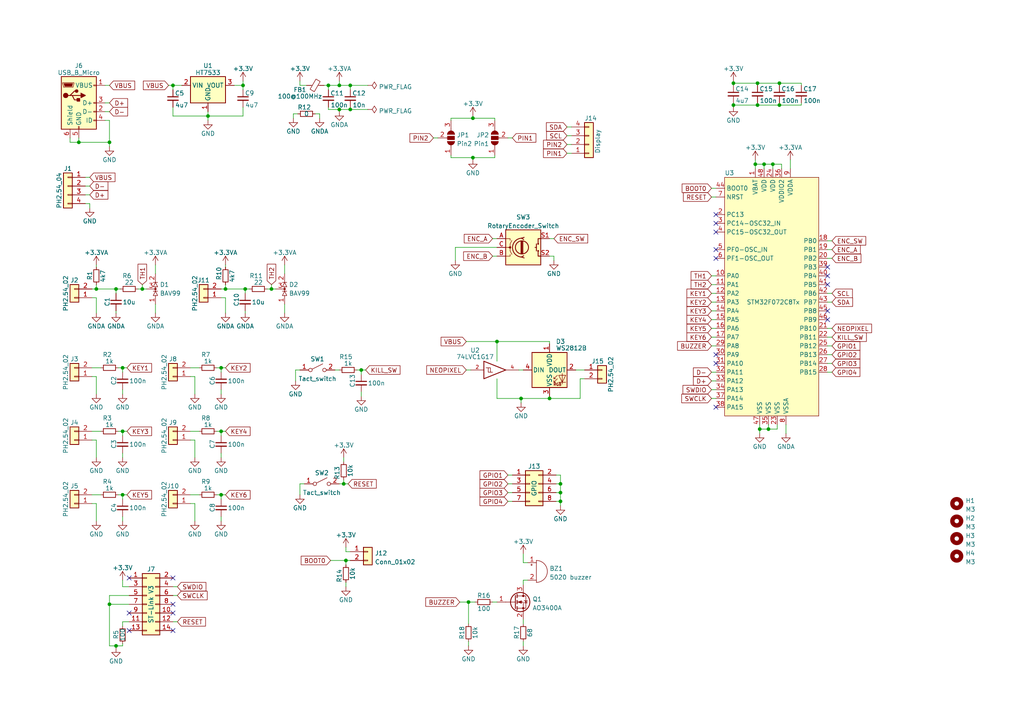
<source format=kicad_sch>
(kicad_sch (version 20230121) (generator eeschema)

  (uuid 79976d84-8f91-4d37-9c84-30893cab9eeb)

  (paper "A4")

  (title_block
    (title "V0 McDisplay")
    (date "2022-10-24")
    (rev "1.0")
  )

  


  (junction (at 60.325 33.655) (diameter 0) (color 0 0 0 0)
    (uuid 0220e260-061b-420b-a6df-891e1ce26009)
  )
  (junction (at 104.775 107.315) (diameter 0) (color 0 0 0 0)
    (uuid 10f3cd3a-88dd-4a8c-b316-01f7ab9c0ae5)
  )
  (junction (at 98.425 24.765) (diameter 0) (color 0 0 0 0)
    (uuid 1409dacc-bd6b-467f-900a-4acd22bb6a35)
  )
  (junction (at 101.6 31.75) (diameter 0) (color 0 0 0 0)
    (uuid 165d4e12-22c6-4bdf-9ede-0890197a73fd)
  )
  (junction (at 70.485 24.765) (diameter 0) (color 0 0 0 0)
    (uuid 1a7bb335-5543-4c67-9aad-65da5d5b7e0f)
  )
  (junction (at 95.25 24.765) (diameter 0) (color 0 0 0 0)
    (uuid 1ef27ea9-f7be-4238-8b33-7ff66216655b)
  )
  (junction (at 100.33 162.56) (diameter 0) (color 0 0 0 0)
    (uuid 36c97575-4957-4c7b-8ca3-327f6037b31a)
  )
  (junction (at 64.135 125.095) (diameter 0) (color 0 0 0 0)
    (uuid 3b4bbbaa-010e-48c4-b47c-e9244a13186f)
  )
  (junction (at 99.695 140.335) (diameter 0) (color 0 0 0 0)
    (uuid 42b49d46-d7ad-4c37-a442-98581f68c372)
  )
  (junction (at 101.6 24.765) (diameter 0) (color 0 0 0 0)
    (uuid 43e826b5-5bd8-48ce-9aa1-73ef5574478d)
  )
  (junction (at 64.135 143.51) (diameter 0) (color 0 0 0 0)
    (uuid 4a3e331b-07cc-4a0f-86d1-17fe93adb80f)
  )
  (junction (at 162.56 145.415) (diameter 0) (color 0 0 0 0)
    (uuid 51dfc8b5-7711-417d-9f1f-45c19956070e)
  )
  (junction (at 33.655 187.325) (diameter 0) (color 0 0 0 0)
    (uuid 5800ddc8-a077-4491-9339-7bd8aca70c75)
  )
  (junction (at 221.615 47.625) (diameter 0) (color 0 0 0 0)
    (uuid 5d95a4a0-bf2b-4e86-9b22-cae976180ed5)
  )
  (junction (at 35.56 106.68) (diameter 0) (color 0 0 0 0)
    (uuid 5eb9247f-74f2-4048-a5d4-e18772feec32)
  )
  (junction (at 71.12 83.82) (diameter 0) (color 0 0 0 0)
    (uuid 6355abff-8354-43e4-906e-a8dea9cd11af)
  )
  (junction (at 35.56 125.095) (diameter 0) (color 0 0 0 0)
    (uuid 642e2721-db0f-40f6-ab17-c89791edde62)
  )
  (junction (at 78.74 83.82) (diameter 0) (color 0 0 0 0)
    (uuid 68f29285-ccd7-4ec6-a975-d50337d27999)
  )
  (junction (at 226.06 24.13) (diameter 0) (color 0 0 0 0)
    (uuid 6f4ec513-9127-406d-ae13-5f3ffe0bf64b)
  )
  (junction (at 27.94 83.82) (diameter 0) (color 0 0 0 0)
    (uuid 76bba421-2622-46db-947f-b990f04f7691)
  )
  (junction (at 33.655 83.82) (diameter 0) (color 0 0 0 0)
    (uuid 77d46c87-1e07-4a79-b71e-6dcc9fe445bc)
  )
  (junction (at 98.425 31.75) (diameter 0) (color 0 0 0 0)
    (uuid 7c6feb1d-f75b-49ad-83a9-cb43a9f92372)
  )
  (junction (at 64.135 106.68) (diameter 0) (color 0 0 0 0)
    (uuid 7f98481f-2ff5-4887-9eef-41b4f5b73042)
  )
  (junction (at 212.725 24.13) (diameter 0) (color 0 0 0 0)
    (uuid 89695990-99f6-42bc-8e48-5a2d04a8ef4a)
  )
  (junction (at 41.275 83.82) (diameter 0) (color 0 0 0 0)
    (uuid 8e51f6b4-90ab-4da0-9eb0-36ad21af3c66)
  )
  (junction (at 137.16 34.29) (diameter 0) (color 0 0 0 0)
    (uuid 8edb475b-abbf-4e4c-9515-f6488bcbd5fe)
  )
  (junction (at 219.71 24.13) (diameter 0) (color 0 0 0 0)
    (uuid 926301ca-987a-447d-bb79-03486c4f1421)
  )
  (junction (at 135.89 174.625) (diameter 0) (color 0 0 0 0)
    (uuid 9809002f-e991-4876-abd9-bafd7e39202f)
  )
  (junction (at 137.16 45.72) (diameter 0) (color 0 0 0 0)
    (uuid 99abfa82-7b98-4ad5-b0dc-cfe2aa5a5b83)
  )
  (junction (at 65.405 83.82) (diameter 0) (color 0 0 0 0)
    (uuid 9c6c4f20-3be7-4b33-8deb-ba0ded099359)
  )
  (junction (at 226.06 30.48) (diameter 0) (color 0 0 0 0)
    (uuid a04aaba5-187f-42b3-a19c-84deed0bfb20)
  )
  (junction (at 151.13 115.57) (diameter 0) (color 0 0 0 0)
    (uuid a6256e66-7c74-4691-828f-6813b7f6ff87)
  )
  (junction (at 31.75 175.26) (diameter 0) (color 0 0 0 0)
    (uuid ab3dd0f7-4662-40e6-883d-c7b5095033fc)
  )
  (junction (at 222.885 124.46) (diameter 0) (color 0 0 0 0)
    (uuid b151459d-79f0-48ef-8744-7df8b7a84239)
  )
  (junction (at 219.71 30.48) (diameter 0) (color 0 0 0 0)
    (uuid b5bd0229-e4c7-48b2-a13a-706091b7af9a)
  )
  (junction (at 224.155 47.625) (diameter 0) (color 0 0 0 0)
    (uuid bdafd286-842c-4283-95f0-87c41b21602c)
  )
  (junction (at 50.165 24.765) (diameter 0) (color 0 0 0 0)
    (uuid bea7b35a-ccb8-4d50-b653-094463a188fe)
  )
  (junction (at 220.345 124.46) (diameter 0) (color 0 0 0 0)
    (uuid cc2a9966-7cde-43b1-af1e-30e51575abd3)
  )
  (junction (at 31.75 41.275) (diameter 0) (color 0 0 0 0)
    (uuid ce2265e5-18fa-4cab-9df6-33b24449332a)
  )
  (junction (at 144.145 99.06) (diameter 0) (color 0 0 0 0)
    (uuid cebf2c03-60a2-4f3b-a215-3942ab27a5e8)
  )
  (junction (at 162.56 140.335) (diameter 0) (color 0 0 0 0)
    (uuid d5b13195-66d4-4c11-b371-2b965c5ed155)
  )
  (junction (at 35.56 143.51) (diameter 0) (color 0 0 0 0)
    (uuid de92bea8-6060-4b44-b4c7-dbfbc72e71b6)
  )
  (junction (at 212.725 30.48) (diameter 0) (color 0 0 0 0)
    (uuid e0c3c183-d6ee-4eb6-9018-8c5413c689ef)
  )
  (junction (at 162.56 142.875) (diameter 0) (color 0 0 0 0)
    (uuid ed46d8a9-7c40-4ddf-8234-17bff3486029)
  )
  (junction (at 219.075 47.625) (diameter 0) (color 0 0 0 0)
    (uuid f5c2bd03-5700-4fa7-b419-2847594e4d68)
  )
  (junction (at 159.385 115.57) (diameter 0) (color 0 0 0 0)
    (uuid f7ba8703-cc72-4a89-8eff-32e24d6cc932)
  )
  (junction (at 22.86 41.275) (diameter 0) (color 0 0 0 0)
    (uuid fc97f04f-207c-4761-bf00-d25f7343664e)
  )

  (no_connect (at 207.645 102.87) (uuid 5d9ea2bf-f51f-4e90-b6b9-f18190d9bd71))
  (no_connect (at 207.645 105.41) (uuid 5d9ea2bf-f51f-4e90-b6b9-f18190d9bd72))
  (no_connect (at 240.03 90.17) (uuid 5d9ea2bf-f51f-4e90-b6b9-f18190d9bd73))
  (no_connect (at 240.03 82.55) (uuid 5d9ea2bf-f51f-4e90-b6b9-f18190d9bd74))
  (no_connect (at 240.03 80.01) (uuid 5d9ea2bf-f51f-4e90-b6b9-f18190d9bd75))
  (no_connect (at 240.03 77.47) (uuid 5d9ea2bf-f51f-4e90-b6b9-f18190d9bd76))
  (no_connect (at 240.03 92.71) (uuid 5d9ea2bf-f51f-4e90-b6b9-f18190d9bd77))
  (no_connect (at 207.645 62.23) (uuid 5d9ea2bf-f51f-4e90-b6b9-f18190d9bd78))
  (no_connect (at 207.645 64.77) (uuid 5d9ea2bf-f51f-4e90-b6b9-f18190d9bd79))
  (no_connect (at 207.645 67.31) (uuid 5d9ea2bf-f51f-4e90-b6b9-f18190d9bd7a))
  (no_connect (at 207.645 72.39) (uuid 5d9ea2bf-f51f-4e90-b6b9-f18190d9bd7b))
  (no_connect (at 207.645 74.93) (uuid 5d9ea2bf-f51f-4e90-b6b9-f18190d9bd7c))
  (no_connect (at 37.465 177.8) (uuid 8628bcd6-49fb-4e70-9b0f-25c27210579c))
  (no_connect (at 37.465 182.88) (uuid 8628bcd6-49fb-4e70-9b0f-25c27210579d))
  (no_connect (at 50.165 182.88) (uuid 8628bcd6-49fb-4e70-9b0f-25c27210579e))
  (no_connect (at 50.165 177.8) (uuid 8628bcd6-49fb-4e70-9b0f-25c27210579f))
  (no_connect (at 50.165 175.26) (uuid 8628bcd6-49fb-4e70-9b0f-25c2721057a0))
  (no_connect (at 50.165 167.64) (uuid 8628bcd6-49fb-4e70-9b0f-25c2721057a1))
  (no_connect (at 37.465 167.64) (uuid 8628bcd6-49fb-4e70-9b0f-25c2721057a2))
  (no_connect (at 207.645 118.11) (uuid ef48bc89-1cec-4ae2-9214-5f156911e127))

  (wire (pts (xy 56.515 151.13) (xy 56.515 146.05))
    (stroke (width 0) (type default))
    (uuid 00aabeca-3174-4cb9-8b63-9311f87a2519)
  )
  (wire (pts (xy 130.81 45.085) (xy 130.81 45.72))
    (stroke (width 0) (type default))
    (uuid 01b63df4-bcf8-4968-ad09-3368cf3b115c)
  )
  (wire (pts (xy 212.725 30.48) (xy 212.725 31.115))
    (stroke (width 0) (type default))
    (uuid 021e8c16-b0af-4324-a079-b999f807ffa1)
  )
  (wire (pts (xy 147.32 142.875) (xy 148.59 142.875))
    (stroke (width 0) (type default))
    (uuid 02d767e2-5ab8-44f0-b0ee-1d0e511b3c7c)
  )
  (wire (pts (xy 212.725 24.13) (xy 212.725 24.765))
    (stroke (width 0) (type default))
    (uuid 03c649f5-b11e-43e2-a539-ed7852c858af)
  )
  (wire (pts (xy 135.255 99.06) (xy 144.145 99.06))
    (stroke (width 0) (type default))
    (uuid 03d7cc02-9062-4a09-abbf-33c005ca66e0)
  )
  (wire (pts (xy 206.375 80.01) (xy 207.645 80.01))
    (stroke (width 0) (type default))
    (uuid 046d6c41-efa4-4999-85e6-6fd5cd3478ef)
  )
  (wire (pts (xy 70.485 24.765) (xy 70.485 23.495))
    (stroke (width 0) (type default))
    (uuid 06c9acf6-f83a-4c32-9c70-a57e22c3ab14)
  )
  (wire (pts (xy 147.32 40.005) (xy 148.59 40.005))
    (stroke (width 0) (type default))
    (uuid 08c87024-df76-46c5-926b-29691ebcf535)
  )
  (wire (pts (xy 206.375 82.55) (xy 207.645 82.55))
    (stroke (width 0) (type default))
    (uuid 08f5f3a3-ee13-4d0d-ae72-8ab5e5ce62ee)
  )
  (wire (pts (xy 86.995 140.335) (xy 86.995 143.51))
    (stroke (width 0) (type default))
    (uuid 0ba227ec-cee6-4808-b77a-67d51f76ca46)
  )
  (wire (pts (xy 40.005 83.82) (xy 41.275 83.82))
    (stroke (width 0) (type default))
    (uuid 0bf8eebe-c7a8-454e-a2b8-7f46feda5415)
  )
  (wire (pts (xy 62.865 106.68) (xy 64.135 106.68))
    (stroke (width 0) (type default))
    (uuid 0c21edeb-7ff6-4933-aaee-997617952b55)
  )
  (wire (pts (xy 225.425 123.19) (xy 225.425 124.46))
    (stroke (width 0) (type default))
    (uuid 0cfca638-9d9e-4a13-a246-bf3cc545108a)
  )
  (wire (pts (xy 95.25 31.75) (xy 98.425 31.75))
    (stroke (width 0) (type default))
    (uuid 0e656df1-fef5-44a8-a974-9bc1f8f766ee)
  )
  (wire (pts (xy 221.615 47.625) (xy 219.075 47.625))
    (stroke (width 0) (type default))
    (uuid 11033c76-88a1-42ef-a12b-7e31b7525ee6)
  )
  (wire (pts (xy 159.385 99.06) (xy 159.385 99.695))
    (stroke (width 0) (type default))
    (uuid 118fdd3a-d1d1-483b-9575-36c6e27d230e)
  )
  (wire (pts (xy 56.515 132.715) (xy 56.515 127.635))
    (stroke (width 0) (type default))
    (uuid 11a676fc-2ee1-4aa7-9b31-f558837f6d85)
  )
  (wire (pts (xy 31.75 34.925) (xy 31.75 41.275))
    (stroke (width 0) (type default))
    (uuid 12d5da01-dcbc-409d-b0bd-60c00a9e1ce9)
  )
  (wire (pts (xy 151.765 186.055) (xy 151.765 187.325))
    (stroke (width 0) (type default))
    (uuid 13516da1-d289-4fee-b1f8-a714983cccd4)
  )
  (wire (pts (xy 159.385 69.215) (xy 160.655 69.215))
    (stroke (width 0) (type default))
    (uuid 1516340c-7813-4a23-bbe1-1364bc48cbf3)
  )
  (wire (pts (xy 147.32 145.415) (xy 148.59 145.415))
    (stroke (width 0) (type default))
    (uuid 152d4deb-72c2-491a-80f3-da2efca39d0f)
  )
  (wire (pts (xy 100.33 160.02) (xy 101.6 160.02))
    (stroke (width 0) (type default))
    (uuid 16599dcc-d9b2-4414-89cc-bc8feadaa67c)
  )
  (wire (pts (xy 168.275 109.855) (xy 169.545 109.855))
    (stroke (width 0) (type default))
    (uuid 1693e165-b331-4c8c-80c4-6d74ffd6fdb4)
  )
  (wire (pts (xy 100.33 162.56) (xy 100.33 163.83))
    (stroke (width 0) (type default))
    (uuid 180eaed8-3566-44f3-941c-4e8d6df4da33)
  )
  (wire (pts (xy 206.375 115.57) (xy 207.645 115.57))
    (stroke (width 0) (type default))
    (uuid 1b7945da-f2cb-405b-8ce4-75ca1c5dba8d)
  )
  (wire (pts (xy 41.275 83.82) (xy 42.545 83.82))
    (stroke (width 0) (type default))
    (uuid 1b97dcc5-6d24-41cc-9821-60d5638274a7)
  )
  (wire (pts (xy 219.71 24.13) (xy 219.71 24.765))
    (stroke (width 0) (type default))
    (uuid 1c340598-46cc-45de-b09e-f51246f1b002)
  )
  (wire (pts (xy 27.94 127.635) (xy 26.67 127.635))
    (stroke (width 0) (type default))
    (uuid 1c82b0cf-11d7-4dab-b51e-50e8e9f270b5)
  )
  (wire (pts (xy 240.03 97.79) (xy 241.3 97.79))
    (stroke (width 0) (type default))
    (uuid 1cde744e-d5fb-4c01-8fb5-dc22837192c1)
  )
  (wire (pts (xy 71.12 83.82) (xy 71.12 85.09))
    (stroke (width 0) (type default))
    (uuid 1ce5e46d-d17b-42d3-bc2e-3159b655447f)
  )
  (wire (pts (xy 206.375 100.33) (xy 207.645 100.33))
    (stroke (width 0) (type default))
    (uuid 1d711b5b-b94d-46fc-8f84-5bdfe01eeb9e)
  )
  (wire (pts (xy 33.655 83.82) (xy 33.655 85.09))
    (stroke (width 0) (type default))
    (uuid 1d95f8af-053d-4b84-94c6-f74e3f50b624)
  )
  (wire (pts (xy 100.33 168.91) (xy 100.33 170.18))
    (stroke (width 0) (type default))
    (uuid 1db89d6d-f3d5-4f5e-aa52-9c73ba0dbe6b)
  )
  (wire (pts (xy 232.41 30.48) (xy 226.06 30.48))
    (stroke (width 0) (type default))
    (uuid 1dc3c819-dcd6-4034-a0fc-910db6593c04)
  )
  (wire (pts (xy 27.94 86.36) (xy 26.67 86.36))
    (stroke (width 0) (type default))
    (uuid 2141d0e8-0ffb-4aeb-b1c6-507c3374d574)
  )
  (wire (pts (xy 55.245 125.095) (xy 57.785 125.095))
    (stroke (width 0) (type default))
    (uuid 2165b140-beb7-48c5-8daa-df559a08d00d)
  )
  (wire (pts (xy 95.25 24.765) (xy 95.25 26.035))
    (stroke (width 0) (type default))
    (uuid 219ba52f-2629-4b1e-9012-306fabb59b94)
  )
  (wire (pts (xy 161.29 137.795) (xy 162.56 137.795))
    (stroke (width 0) (type default))
    (uuid 23f6d062-eead-4cf2-9a36-bbe73de45fa3)
  )
  (wire (pts (xy 30.48 24.765) (xy 31.75 24.765))
    (stroke (width 0) (type default))
    (uuid 23f975c0-4069-4c4f-b1de-bf62b26e0d78)
  )
  (wire (pts (xy 206.375 113.03) (xy 207.645 113.03))
    (stroke (width 0) (type default))
    (uuid 24a9ac84-a8b4-4cf6-a350-8e2d538324da)
  )
  (wire (pts (xy 82.55 88.265) (xy 82.55 90.805))
    (stroke (width 0) (type default))
    (uuid 24f07cd3-df17-41f9-b143-cc323af6c316)
  )
  (wire (pts (xy 225.425 124.46) (xy 222.885 124.46))
    (stroke (width 0) (type default))
    (uuid 25e0f18e-4555-413c-a81a-bb1f754916eb)
  )
  (wire (pts (xy 26.67 83.82) (xy 27.94 83.82))
    (stroke (width 0) (type default))
    (uuid 2681f51b-083f-4b94-8b32-8bccb2f00249)
  )
  (wire (pts (xy 24.765 59.055) (xy 26.035 59.055))
    (stroke (width 0) (type default))
    (uuid 268bc98c-80ff-4e4b-8b45-ac54d922a201)
  )
  (wire (pts (xy 35.56 168.275) (xy 35.56 170.18))
    (stroke (width 0) (type default))
    (uuid 280ce43a-4105-4c4d-9ced-e036b6d70130)
  )
  (wire (pts (xy 56.515 114.3) (xy 56.515 109.22))
    (stroke (width 0) (type default))
    (uuid 2836baa8-807c-4552-b0a9-d3943126877f)
  )
  (wire (pts (xy 97.155 107.315) (xy 98.425 107.315))
    (stroke (width 0) (type default))
    (uuid 29612022-cc21-4e75-8766-4227fbf2d742)
  )
  (wire (pts (xy 226.06 24.13) (xy 219.71 24.13))
    (stroke (width 0) (type default))
    (uuid 2a0a124b-518b-4a56-992d-43b1c877b734)
  )
  (wire (pts (xy 151.765 168.275) (xy 153.035 168.275))
    (stroke (width 0) (type default))
    (uuid 2a4310d4-aff4-4d4c-aa5d-ff74a665613c)
  )
  (wire (pts (xy 45.085 76.835) (xy 45.085 79.375))
    (stroke (width 0) (type default))
    (uuid 2ae59b7c-229a-4977-916a-99b283b9c4cb)
  )
  (wire (pts (xy 95.25 31.115) (xy 95.25 31.75))
    (stroke (width 0) (type default))
    (uuid 2c47e52f-a6a1-40f9-9968-f6eacb1522e8)
  )
  (wire (pts (xy 159.385 114.935) (xy 159.385 115.57))
    (stroke (width 0) (type default))
    (uuid 2cd74a8a-d8f1-4017-9676-9bf784579ff8)
  )
  (wire (pts (xy 101.6 31.75) (xy 106.68 31.75))
    (stroke (width 0) (type default))
    (uuid 2d32e6ae-a04b-4858-8e07-fd7dfdee221a)
  )
  (wire (pts (xy 219.075 46.355) (xy 219.075 47.625))
    (stroke (width 0) (type default))
    (uuid 2dd1b0aa-f5d1-4c78-9f9d-1992313d4807)
  )
  (wire (pts (xy 212.725 29.845) (xy 212.725 30.48))
    (stroke (width 0) (type default))
    (uuid 307309ad-2c17-4e55-85b2-8b250accd7be)
  )
  (wire (pts (xy 34.29 143.51) (xy 35.56 143.51))
    (stroke (width 0) (type default))
    (uuid 32254d0c-c6d4-4f95-a72b-dfea6c960aa2)
  )
  (wire (pts (xy 151.13 115.57) (xy 159.385 115.57))
    (stroke (width 0) (type default))
    (uuid 33157e89-635c-4885-8e8a-eae0e64712da)
  )
  (wire (pts (xy 159.385 74.295) (xy 160.655 74.295))
    (stroke (width 0) (type default))
    (uuid 334abcb6-acc8-4fbe-bafa-50f679165a99)
  )
  (wire (pts (xy 26.67 125.095) (xy 29.21 125.095))
    (stroke (width 0) (type default))
    (uuid 337d04ff-9611-494a-9ff6-8613e8153ef7)
  )
  (wire (pts (xy 35.56 131.445) (xy 35.56 132.715))
    (stroke (width 0) (type default))
    (uuid 36ba9318-8ec5-49f6-9a56-91bb281532e1)
  )
  (wire (pts (xy 27.94 76.835) (xy 27.94 77.47))
    (stroke (width 0) (type default))
    (uuid 390a2deb-dd82-4a43-8d34-8aa8f2aa1681)
  )
  (wire (pts (xy 88.265 140.335) (xy 86.995 140.335))
    (stroke (width 0) (type default))
    (uuid 391d46db-304d-4c28-80cf-6eaf2d8797a8)
  )
  (wire (pts (xy 240.03 105.41) (xy 241.3 105.41))
    (stroke (width 0) (type default))
    (uuid 3be6c0b5-d520-4f88-826e-b60907e542b6)
  )
  (wire (pts (xy 35.56 149.86) (xy 35.56 151.13))
    (stroke (width 0) (type default))
    (uuid 3c526efa-6be6-4ca0-a42e-c1e29230ee42)
  )
  (wire (pts (xy 222.885 124.46) (xy 220.345 124.46))
    (stroke (width 0) (type default))
    (uuid 3ca9d6be-2bdd-454e-abc4-750d40012096)
  )
  (wire (pts (xy 60.325 33.655) (xy 70.485 33.655))
    (stroke (width 0) (type default))
    (uuid 3d884453-9654-4117-8c8b-a16b71a905dc)
  )
  (wire (pts (xy 164.465 44.45) (xy 165.735 44.45))
    (stroke (width 0) (type default))
    (uuid 3dc8d9da-6ba8-4d4a-8b6a-59c5fe0a08ba)
  )
  (wire (pts (xy 219.71 24.13) (xy 212.725 24.13))
    (stroke (width 0) (type default))
    (uuid 3e5ccf94-ce8c-4f63-ac33-afe9427cf37d)
  )
  (wire (pts (xy 65.405 86.36) (xy 64.135 86.36))
    (stroke (width 0) (type default))
    (uuid 3ead846c-f429-46d3-9064-3a23995362a8)
  )
  (wire (pts (xy 50.165 24.765) (xy 52.705 24.765))
    (stroke (width 0) (type default))
    (uuid 3ef09023-9351-4d1b-938f-89c4850dff93)
  )
  (wire (pts (xy 206.375 90.17) (xy 207.645 90.17))
    (stroke (width 0) (type default))
    (uuid 3fceab2e-8476-40cf-b52c-54c3b09e33f5)
  )
  (wire (pts (xy 64.135 131.445) (xy 64.135 132.715))
    (stroke (width 0) (type default))
    (uuid 418b711d-52a2-4b0c-8d80-8628c25f8a1e)
  )
  (wire (pts (xy 45.085 88.265) (xy 45.085 90.805))
    (stroke (width 0) (type default))
    (uuid 4192b171-6552-4f65-b89b-28512cb973d2)
  )
  (wire (pts (xy 137.16 45.72) (xy 137.16 46.355))
    (stroke (width 0) (type default))
    (uuid 41ba74a1-5360-4d58-85f1-860bb5a77053)
  )
  (wire (pts (xy 64.135 113.03) (xy 64.135 114.3))
    (stroke (width 0) (type default))
    (uuid 41efdb02-fe34-4850-ad89-0c9cc2924464)
  )
  (wire (pts (xy 64.135 83.82) (xy 65.405 83.82))
    (stroke (width 0) (type default))
    (uuid 42dd3600-27df-4809-92a2-8c1b55e59759)
  )
  (wire (pts (xy 30.48 34.925) (xy 31.75 34.925))
    (stroke (width 0) (type default))
    (uuid 44f8ea39-e982-4e42-8e2f-cb14d45fbdc7)
  )
  (wire (pts (xy 35.56 187.325) (xy 35.56 186.69))
    (stroke (width 0) (type default))
    (uuid 452beeda-56e6-4b93-818a-c6c373b3c46a)
  )
  (wire (pts (xy 85.09 34.29) (xy 85.09 33.02))
    (stroke (width 0) (type default))
    (uuid 45535240-17b2-4531-95e0-849431087235)
  )
  (wire (pts (xy 50.165 180.34) (xy 51.435 180.34))
    (stroke (width 0) (type default))
    (uuid 46201563-2b66-4f1c-9755-a2c66502f7c5)
  )
  (wire (pts (xy 99.695 139.065) (xy 99.695 140.335))
    (stroke (width 0) (type default))
    (uuid 46bc22f5-81d4-4eba-a6f5-94e1ce7936d4)
  )
  (wire (pts (xy 35.56 143.51) (xy 36.83 143.51))
    (stroke (width 0) (type default))
    (uuid 473c07b8-9010-4ddd-98bc-f1fc33d3553c)
  )
  (wire (pts (xy 70.485 24.765) (xy 70.485 26.035))
    (stroke (width 0) (type default))
    (uuid 4770858a-4110-4d30-943c-3e16420fea33)
  )
  (wire (pts (xy 144.145 99.06) (xy 159.385 99.06))
    (stroke (width 0) (type default))
    (uuid 47e41fbc-b26f-4826-80ae-89d415cf8fa8)
  )
  (wire (pts (xy 35.56 180.34) (xy 35.56 181.61))
    (stroke (width 0) (type default))
    (uuid 492c05ec-9dae-40d4-b09c-021bdc8c0d6f)
  )
  (wire (pts (xy 86.995 107.315) (xy 85.725 107.315))
    (stroke (width 0) (type default))
    (uuid 4b79c396-726d-47e5-ac89-c689dfa80357)
  )
  (wire (pts (xy 22.86 40.005) (xy 22.86 41.275))
    (stroke (width 0) (type default))
    (uuid 4c57f90b-d23f-4063-b5df-3678aedd4149)
  )
  (wire (pts (xy 48.895 24.765) (xy 50.165 24.765))
    (stroke (width 0) (type default))
    (uuid 4e825871-7ae8-4943-a004-0e5cd3635a1f)
  )
  (wire (pts (xy 95.885 162.56) (xy 100.33 162.56))
    (stroke (width 0) (type default))
    (uuid 50385451-c8ab-433c-96d7-a522e14ca2cd)
  )
  (wire (pts (xy 143.51 34.29) (xy 143.51 34.925))
    (stroke (width 0) (type default))
    (uuid 50e60928-bcef-4125-8419-aca8993baab1)
  )
  (wire (pts (xy 135.255 107.315) (xy 136.525 107.315))
    (stroke (width 0) (type default))
    (uuid 51d675be-6262-4e1c-a4b5-ac31c5e640fc)
  )
  (wire (pts (xy 27.94 109.22) (xy 26.67 109.22))
    (stroke (width 0) (type default))
    (uuid 51dd4a4c-4473-4516-9b6e-1848bdcf028f)
  )
  (wire (pts (xy 24.765 53.975) (xy 26.035 53.975))
    (stroke (width 0) (type default))
    (uuid 52796064-5773-4861-b780-3aa841d35fe8)
  )
  (wire (pts (xy 24.765 51.435) (xy 26.035 51.435))
    (stroke (width 0) (type default))
    (uuid 52e0cdc5-336d-4d3b-9a3b-f6929f0e4a11)
  )
  (wire (pts (xy 125.73 40.005) (xy 127 40.005))
    (stroke (width 0) (type default))
    (uuid 53b377d8-988c-4948-a51c-1f6e86e871f8)
  )
  (wire (pts (xy 35.56 170.18) (xy 37.465 170.18))
    (stroke (width 0) (type default))
    (uuid 53e899c8-a6ba-4491-868d-e1d29f09fb3c)
  )
  (wire (pts (xy 64.135 143.51) (xy 65.405 143.51))
    (stroke (width 0) (type default))
    (uuid 54d7eb13-830b-46cb-b5a2-8c1154e99919)
  )
  (wire (pts (xy 41.275 82.55) (xy 41.275 83.82))
    (stroke (width 0) (type default))
    (uuid 55b23cbf-d6e3-43e0-9024-6b1e78e3e7eb)
  )
  (wire (pts (xy 24.765 56.515) (xy 26.035 56.515))
    (stroke (width 0) (type default))
    (uuid 571b94f7-c0d6-401a-82fc-6e02088e37b3)
  )
  (wire (pts (xy 64.135 143.51) (xy 64.135 144.78))
    (stroke (width 0) (type default))
    (uuid 5750b0de-c1cf-475c-bbce-10a0b194a478)
  )
  (wire (pts (xy 64.135 125.095) (xy 65.405 125.095))
    (stroke (width 0) (type default))
    (uuid 577edfab-a079-4c0a-b0ff-6234c418dff2)
  )
  (wire (pts (xy 62.865 125.095) (xy 64.135 125.095))
    (stroke (width 0) (type default))
    (uuid 586a5b9b-d927-4c7c-b2a3-cbf42c0bf7f3)
  )
  (wire (pts (xy 56.515 127.635) (xy 55.245 127.635))
    (stroke (width 0) (type default))
    (uuid 58e4ae1d-1be2-41df-a04d-77f670794a04)
  )
  (wire (pts (xy 78.74 82.55) (xy 78.74 83.82))
    (stroke (width 0) (type default))
    (uuid 5a4c159c-b118-415a-989b-87fcd60df9c0)
  )
  (wire (pts (xy 220.345 123.19) (xy 220.345 124.46))
    (stroke (width 0) (type default))
    (uuid 5ae57af6-e538-46d4-8152-bf201c02b1f3)
  )
  (wire (pts (xy 162.56 145.415) (xy 162.56 146.685))
    (stroke (width 0) (type default))
    (uuid 5b6a8682-dade-413c-b319-d38f65513a78)
  )
  (wire (pts (xy 95.25 24.765) (xy 98.425 24.765))
    (stroke (width 0) (type default))
    (uuid 5c038e8c-304d-45bd-b4c6-5d39a553fce5)
  )
  (wire (pts (xy 219.075 47.625) (xy 219.075 48.895))
    (stroke (width 0) (type default))
    (uuid 5c26b5c4-9073-4a66-9942-fc790e58d8f1)
  )
  (wire (pts (xy 64.135 149.86) (xy 64.135 151.13))
    (stroke (width 0) (type default))
    (uuid 5c8fa4ac-7abc-4d73-a97c-4d3c46915f76)
  )
  (wire (pts (xy 35.56 106.68) (xy 36.83 106.68))
    (stroke (width 0) (type default))
    (uuid 5d1e1a5f-3c57-42dd-bde9-c81ae2441190)
  )
  (wire (pts (xy 55.245 106.68) (xy 57.785 106.68))
    (stroke (width 0) (type default))
    (uuid 5dc83004-ff4a-4ff0-b0e5-55d1e0a460f2)
  )
  (wire (pts (xy 220.345 124.46) (xy 220.345 125.73))
    (stroke (width 0) (type default))
    (uuid 5ea1bab6-088d-47e8-9f23-cfe2c7dd9ab0)
  )
  (wire (pts (xy 67.945 24.765) (xy 70.485 24.765))
    (stroke (width 0) (type default))
    (uuid 5f94c688-5598-4f4e-928b-38ee2aaf3137)
  )
  (wire (pts (xy 70.485 33.655) (xy 70.485 31.115))
    (stroke (width 0) (type default))
    (uuid 60349bb6-d2e0-4c3c-8e88-cfb2f5782a9c)
  )
  (wire (pts (xy 206.375 87.63) (xy 207.645 87.63))
    (stroke (width 0) (type default))
    (uuid 60c3aedd-1d62-4e80-aa04-323b3e332939)
  )
  (wire (pts (xy 161.29 142.875) (xy 162.56 142.875))
    (stroke (width 0) (type default))
    (uuid 60df6a75-4189-4a8f-84ed-d5e7c1b57845)
  )
  (wire (pts (xy 206.375 95.25) (xy 207.645 95.25))
    (stroke (width 0) (type default))
    (uuid 61a4d53d-5613-4fd2-81bc-ae6ed358f2c7)
  )
  (wire (pts (xy 31.75 41.275) (xy 31.75 42.545))
    (stroke (width 0) (type default))
    (uuid 61c001b0-8d1e-457b-abb7-18b62d0098ff)
  )
  (wire (pts (xy 226.695 47.625) (xy 224.155 47.625))
    (stroke (width 0) (type default))
    (uuid 646503b2-e708-41db-ad47-a61a3e1b430e)
  )
  (wire (pts (xy 164.465 36.83) (xy 165.735 36.83))
    (stroke (width 0) (type default))
    (uuid 64a06435-5c13-47bc-856f-bdcb862f93e6)
  )
  (wire (pts (xy 55.245 143.51) (xy 57.785 143.51))
    (stroke (width 0) (type default))
    (uuid 64c42771-05b1-4466-ad11-b61d1edfbf4c)
  )
  (wire (pts (xy 142.875 174.625) (xy 144.145 174.625))
    (stroke (width 0) (type default))
    (uuid 6522ca2c-b2b8-434f-a4b1-4637aefc53f0)
  )
  (wire (pts (xy 31.75 172.72) (xy 31.75 175.26))
    (stroke (width 0) (type default))
    (uuid 66180810-a7e8-444b-900f-5f1f0a805983)
  )
  (wire (pts (xy 33.655 90.17) (xy 33.655 90.805))
    (stroke (width 0) (type default))
    (uuid 67fe45c3-aba1-44c4-a340-39a02cdd485a)
  )
  (wire (pts (xy 64.135 106.68) (xy 65.405 106.68))
    (stroke (width 0) (type default))
    (uuid 68a9d5a6-ce44-481c-8a38-6a0ab7aea8c6)
  )
  (wire (pts (xy 144.145 71.755) (xy 132.08 71.755))
    (stroke (width 0) (type default))
    (uuid 68c991b6-a074-4ec5-a19b-bb43e0b3231c)
  )
  (wire (pts (xy 93.98 24.765) (xy 95.25 24.765))
    (stroke (width 0) (type default))
    (uuid 6a41b91a-dfbe-43ac-aae9-2f892d097f55)
  )
  (wire (pts (xy 222.885 123.19) (xy 222.885 124.46))
    (stroke (width 0) (type default))
    (uuid 6a8cd4fd-fa79-41c7-b922-eb6c8822f98c)
  )
  (wire (pts (xy 212.725 23.495) (xy 212.725 24.13))
    (stroke (width 0) (type default))
    (uuid 6ac484f6-f3a1-41bb-8a03-8c4da4c8d97d)
  )
  (wire (pts (xy 56.515 109.22) (xy 55.245 109.22))
    (stroke (width 0) (type default))
    (uuid 6b2795d5-10ce-4474-94e5-c5b74bfc8372)
  )
  (wire (pts (xy 34.29 106.68) (xy 35.56 106.68))
    (stroke (width 0) (type default))
    (uuid 6bb98df9-716c-4eeb-8d00-3a3495eadfc3)
  )
  (wire (pts (xy 153.035 163.195) (xy 151.765 163.195))
    (stroke (width 0) (type default))
    (uuid 6bbd7d0f-dfac-4027-8b23-de4789556c1e)
  )
  (wire (pts (xy 65.405 82.55) (xy 65.405 83.82))
    (stroke (width 0) (type default))
    (uuid 6bbe0912-ae11-4b19-82a9-6e1830652d5e)
  )
  (wire (pts (xy 27.94 90.805) (xy 27.94 86.36))
    (stroke (width 0) (type default))
    (uuid 6d941b4a-e8a5-461f-b016-aba781e29410)
  )
  (wire (pts (xy 62.865 143.51) (xy 64.135 143.51))
    (stroke (width 0) (type default))
    (uuid 6e7f55f8-8ec6-4093-b499-15f6ad510ba6)
  )
  (wire (pts (xy 226.06 30.48) (xy 219.71 30.48))
    (stroke (width 0) (type default))
    (uuid 6edcc29c-c4bb-4e8f-8f38-052b351959ae)
  )
  (wire (pts (xy 240.03 69.85) (xy 241.3 69.85))
    (stroke (width 0) (type default))
    (uuid 6f7df446-68fa-486a-a2e4-239bc5865572)
  )
  (wire (pts (xy 137.16 34.29) (xy 143.51 34.29))
    (stroke (width 0) (type default))
    (uuid 711dd3dc-50aa-4833-930c-981b2bbae5a4)
  )
  (wire (pts (xy 64.135 125.095) (xy 64.135 126.365))
    (stroke (width 0) (type default))
    (uuid 725f3228-109c-4209-b90c-126dcd76532c)
  )
  (wire (pts (xy 206.375 92.71) (xy 207.645 92.71))
    (stroke (width 0) (type default))
    (uuid 750872b4-c85e-42d1-a0c8-4e28b27fb0b0)
  )
  (wire (pts (xy 65.405 76.835) (xy 65.405 77.47))
    (stroke (width 0) (type default))
    (uuid 76095016-d2d4-43d8-804b-246f228291e5)
  )
  (wire (pts (xy 161.29 145.415) (xy 162.56 145.415))
    (stroke (width 0) (type default))
    (uuid 7633f42b-f97b-4052-b63a-ce40cb525d85)
  )
  (wire (pts (xy 240.03 102.87) (xy 241.3 102.87))
    (stroke (width 0) (type default))
    (uuid 764297be-c8d9-434c-9266-ef13c08cc1da)
  )
  (wire (pts (xy 64.135 106.68) (xy 64.135 107.95))
    (stroke (width 0) (type default))
    (uuid 78b130b8-8c32-43b0-a001-65869d6bbf80)
  )
  (wire (pts (xy 167.005 107.315) (xy 169.545 107.315))
    (stroke (width 0) (type default))
    (uuid 79bbf529-ee18-4d6c-899c-2f40492fb0e1)
  )
  (wire (pts (xy 104.775 107.315) (xy 106.045 107.315))
    (stroke (width 0) (type default))
    (uuid 7a275359-79dc-435e-8254-b13fd02e7a84)
  )
  (wire (pts (xy 142.875 69.215) (xy 144.145 69.215))
    (stroke (width 0) (type default))
    (uuid 7ba7679b-79e7-45e3-8d74-d1f0c709bcdf)
  )
  (wire (pts (xy 27.94 146.05) (xy 26.67 146.05))
    (stroke (width 0) (type default))
    (uuid 7bbafd1a-b41e-420b-9624-6bf180d91e1d)
  )
  (wire (pts (xy 27.94 151.13) (xy 27.94 146.05))
    (stroke (width 0) (type default))
    (uuid 7bcccb2e-7d36-4d71-a596-8c890d829e94)
  )
  (wire (pts (xy 240.03 107.95) (xy 241.3 107.95))
    (stroke (width 0) (type default))
    (uuid 7c98eb49-7cc6-43be-9c28-b1f4f5c9b003)
  )
  (wire (pts (xy 224.155 47.625) (xy 224.155 48.895))
    (stroke (width 0) (type default))
    (uuid 7dbc06df-11b3-4707-8b25-e8c18055faab)
  )
  (wire (pts (xy 31.75 187.325) (xy 33.655 187.325))
    (stroke (width 0) (type default))
    (uuid 7fa33881-ad3f-4fcb-a62e-590a3ca87f75)
  )
  (wire (pts (xy 240.03 72.39) (xy 241.3 72.39))
    (stroke (width 0) (type default))
    (uuid 80bd9b29-b680-4326-bbc5-21a2080d9aaf)
  )
  (wire (pts (xy 33.655 187.325) (xy 33.655 187.96))
    (stroke (width 0) (type default))
    (uuid 817c15cb-4371-4c5a-8c93-2d941d901964)
  )
  (wire (pts (xy 22.86 41.275) (xy 31.75 41.275))
    (stroke (width 0) (type default))
    (uuid 82445fc5-8b5f-446f-9548-d31a1ec4f30d)
  )
  (wire (pts (xy 65.405 83.82) (xy 71.12 83.82))
    (stroke (width 0) (type default))
    (uuid 84faf49c-b5b6-4b6e-a4ac-1c322eb2f352)
  )
  (wire (pts (xy 26.67 106.68) (xy 29.21 106.68))
    (stroke (width 0) (type default))
    (uuid 852803e2-c097-40d1-a0d6-7743903059db)
  )
  (wire (pts (xy 144.145 115.57) (xy 151.13 115.57))
    (stroke (width 0) (type default))
    (uuid 86410d8c-4ba6-4a8c-ac71-d1a20044ca2c)
  )
  (wire (pts (xy 206.375 107.95) (xy 207.645 107.95))
    (stroke (width 0) (type default))
    (uuid 878dd9f3-237f-4500-8487-03e757350b86)
  )
  (wire (pts (xy 98.425 140.335) (xy 99.695 140.335))
    (stroke (width 0) (type default))
    (uuid 8826f282-c6b7-4786-9332-f9682f40c731)
  )
  (wire (pts (xy 219.71 29.845) (xy 219.71 30.48))
    (stroke (width 0) (type default))
    (uuid 89daee5c-bfd1-4945-b368-3d13a0c0fc8d)
  )
  (wire (pts (xy 130.81 34.925) (xy 130.81 34.29))
    (stroke (width 0) (type default))
    (uuid 8ae05c43-7a06-41ea-85f1-29163a007398)
  )
  (wire (pts (xy 130.81 45.72) (xy 137.16 45.72))
    (stroke (width 0) (type default))
    (uuid 8b652a5d-25bc-4789-a811-4da2b7eb31c9)
  )
  (wire (pts (xy 98.425 31.75) (xy 101.6 31.75))
    (stroke (width 0) (type default))
    (uuid 8b69b48d-d196-41e0-8d29-9db2bc072db0)
  )
  (wire (pts (xy 33.655 83.82) (xy 34.925 83.82))
    (stroke (width 0) (type default))
    (uuid 8c5d9f72-3b98-4fd7-8d22-a0fb41e487f7)
  )
  (wire (pts (xy 60.325 32.385) (xy 60.325 33.655))
    (stroke (width 0) (type default))
    (uuid 8d1998da-36cb-4e02-8790-5a857dba4dc5)
  )
  (wire (pts (xy 144.145 109.855) (xy 144.145 115.57))
    (stroke (width 0) (type default))
    (uuid 8d785f4f-f616-442b-b774-23060c93bbb7)
  )
  (wire (pts (xy 162.56 140.335) (xy 162.56 142.875))
    (stroke (width 0) (type default))
    (uuid 8e1a90ab-5a1f-4de8-bb84-5af2defc17a3)
  )
  (wire (pts (xy 30.48 29.845) (xy 31.75 29.845))
    (stroke (width 0) (type default))
    (uuid 8e668beb-2069-4469-a859-3781727abb05)
  )
  (wire (pts (xy 168.275 115.57) (xy 168.275 109.855))
    (stroke (width 0) (type default))
    (uuid 8e6b8422-588e-442d-817f-47677a48a413)
  )
  (wire (pts (xy 151.765 169.545) (xy 151.765 168.275))
    (stroke (width 0) (type default))
    (uuid 8e834334-137e-4cda-a394-042da25e6a61)
  )
  (wire (pts (xy 35.56 106.68) (xy 35.56 107.95))
    (stroke (width 0) (type default))
    (uuid 8f3f70ea-434b-46d1-aa09-b79903b78f9b)
  )
  (wire (pts (xy 159.385 115.57) (xy 168.275 115.57))
    (stroke (width 0) (type default))
    (uuid 8f61db54-db59-4631-b5fa-2013669b099c)
  )
  (wire (pts (xy 27.94 83.82) (xy 33.655 83.82))
    (stroke (width 0) (type default))
    (uuid 90f50a2d-7776-41cf-ade0-526134b66151)
  )
  (wire (pts (xy 206.375 57.15) (xy 207.645 57.15))
    (stroke (width 0) (type default))
    (uuid 912948c7-f05d-4b83-8301-4acd2988ed1f)
  )
  (wire (pts (xy 92.71 33.02) (xy 91.44 33.02))
    (stroke (width 0) (type default))
    (uuid 932f644a-ffe1-44cf-b45d-feed8ead1ba9)
  )
  (wire (pts (xy 27.94 132.715) (xy 27.94 127.635))
    (stroke (width 0) (type default))
    (uuid 97807684-8fd4-4b2b-a655-c7a50fac93f3)
  )
  (wire (pts (xy 37.465 172.72) (xy 31.75 172.72))
    (stroke (width 0) (type default))
    (uuid 97e625f7-d3dd-4892-86f8-bed90d95bcfd)
  )
  (wire (pts (xy 206.375 54.61) (xy 207.645 54.61))
    (stroke (width 0) (type default))
    (uuid 988b2b0c-b17e-4f5f-9f8e-2ab6c95c6c29)
  )
  (wire (pts (xy 50.165 24.765) (xy 50.165 26.035))
    (stroke (width 0) (type default))
    (uuid 9a5e085b-54d9-483a-af51-c3c6318a3b95)
  )
  (wire (pts (xy 104.775 113.665) (xy 104.775 114.935))
    (stroke (width 0) (type default))
    (uuid 9e914300-de24-4789-8128-2e0dbb334c7a)
  )
  (wire (pts (xy 151.765 179.705) (xy 151.765 180.975))
    (stroke (width 0) (type default))
    (uuid a639c123-38e7-4ff6-a822-e1066cae13c7)
  )
  (wire (pts (xy 99.695 140.335) (xy 100.965 140.335))
    (stroke (width 0) (type default))
    (uuid a9fd13b3-2af5-4369-9b7b-9b69fffeca87)
  )
  (wire (pts (xy 85.09 33.02) (xy 86.36 33.02))
    (stroke (width 0) (type default))
    (uuid aab81cb0-95c3-417b-a4a4-488b3b1ee518)
  )
  (wire (pts (xy 161.29 140.335) (xy 162.56 140.335))
    (stroke (width 0) (type default))
    (uuid abea7b4c-52c1-4143-80db-2e865bb322dd)
  )
  (wire (pts (xy 50.165 172.72) (xy 51.435 172.72))
    (stroke (width 0) (type default))
    (uuid ad3eb13b-30e3-4fe2-ba13-58b97d21b924)
  )
  (wire (pts (xy 206.375 97.79) (xy 207.645 97.79))
    (stroke (width 0) (type default))
    (uuid ae67120d-963d-42d4-8aff-f815cde85357)
  )
  (wire (pts (xy 101.6 24.765) (xy 106.68 24.765))
    (stroke (width 0) (type default))
    (uuid aed270cf-14bf-40ed-bb29-8a474db4982f)
  )
  (wire (pts (xy 240.03 100.33) (xy 241.3 100.33))
    (stroke (width 0) (type default))
    (uuid b2931cef-150c-4a23-91a2-efb54bddde78)
  )
  (wire (pts (xy 135.89 174.625) (xy 137.795 174.625))
    (stroke (width 0) (type default))
    (uuid b3893c1e-8203-4ccd-9413-08d1b18d323c)
  )
  (wire (pts (xy 135.89 186.055) (xy 135.89 187.325))
    (stroke (width 0) (type default))
    (uuid b3a1be80-daa8-46ad-a3a8-022f793e2018)
  )
  (wire (pts (xy 221.615 47.625) (xy 221.615 48.895))
    (stroke (width 0) (type default))
    (uuid b49f987c-ce27-4c3b-bd88-51ca11b11ca9)
  )
  (wire (pts (xy 50.165 170.18) (xy 51.435 170.18))
    (stroke (width 0) (type default))
    (uuid b8b1baf6-f030-4e10-be94-31de5bac56e5)
  )
  (wire (pts (xy 143.51 45.72) (xy 143.51 45.085))
    (stroke (width 0) (type default))
    (uuid b8debde1-fb64-4350-873a-21be1aafc54b)
  )
  (wire (pts (xy 35.56 125.095) (xy 35.56 126.365))
    (stroke (width 0) (type default))
    (uuid b94c48a0-6da5-4608-be45-ba95007ad9bd)
  )
  (wire (pts (xy 35.56 125.095) (xy 36.83 125.095))
    (stroke (width 0) (type default))
    (uuid bc49e852-8cfd-4c2e-92ea-8d4a23e57200)
  )
  (wire (pts (xy 71.12 90.17) (xy 71.12 90.805))
    (stroke (width 0) (type default))
    (uuid bddb7ab8-e9a3-4881-aa44-4d5ab0a9c767)
  )
  (wire (pts (xy 151.13 115.57) (xy 151.13 116.84))
    (stroke (width 0) (type default))
    (uuid c021b4f3-f397-41c0-9314-d3b66c378a64)
  )
  (wire (pts (xy 103.505 107.315) (xy 104.775 107.315))
    (stroke (width 0) (type default))
    (uuid c11982f4-df1c-4f59-9109-222fd0b6824a)
  )
  (wire (pts (xy 33.655 187.325) (xy 35.56 187.325))
    (stroke (width 0) (type default))
    (uuid c1b6f4c6-05f0-4464-8c9b-eb6be801b617)
  )
  (wire (pts (xy 98.425 31.75) (xy 98.425 32.385))
    (stroke (width 0) (type default))
    (uuid c244255f-3c30-4831-a5f2-4b8f135bb8ba)
  )
  (wire (pts (xy 142.875 74.295) (xy 144.145 74.295))
    (stroke (width 0) (type default))
    (uuid c36a1727-65fb-41d4-9d76-a3a03e4452b2)
  )
  (wire (pts (xy 35.56 143.51) (xy 35.56 144.78))
    (stroke (width 0) (type default))
    (uuid c4deaeb4-fa62-4138-a16f-a12e12101ec3)
  )
  (wire (pts (xy 50.165 31.115) (xy 50.165 33.655))
    (stroke (width 0) (type default))
    (uuid c5883fec-10fa-4a75-b6ca-8aa159d85a27)
  )
  (wire (pts (xy 162.56 137.795) (xy 162.56 140.335))
    (stroke (width 0) (type default))
    (uuid c5b3f382-96e7-48b4-9703-eaca7dc06fbe)
  )
  (wire (pts (xy 219.71 30.48) (xy 212.725 30.48))
    (stroke (width 0) (type default))
    (uuid c5b54cbe-8ee8-4e8d-ac2f-0a34c572dee7)
  )
  (wire (pts (xy 35.56 113.03) (xy 35.56 114.3))
    (stroke (width 0) (type default))
    (uuid c89e25ad-77cd-4944-9758-56aa3048ce57)
  )
  (wire (pts (xy 130.81 34.29) (xy 137.16 34.29))
    (stroke (width 0) (type default))
    (uuid c904cb80-1c86-49d2-b17b-28063b6dda98)
  )
  (wire (pts (xy 135.89 174.625) (xy 135.89 180.975))
    (stroke (width 0) (type default))
    (uuid cbb92735-e4e7-4d61-99a2-9dc3cfe88078)
  )
  (wire (pts (xy 31.75 175.26) (xy 31.75 187.325))
    (stroke (width 0) (type default))
    (uuid cce412a9-d839-4c04-9aaf-e85c9ad4af12)
  )
  (wire (pts (xy 151.765 163.195) (xy 151.765 160.655))
    (stroke (width 0) (type default))
    (uuid cd785017-a984-4d25-885b-c5cdb6e71d4e)
  )
  (wire (pts (xy 144.145 99.06) (xy 144.145 104.775))
    (stroke (width 0) (type default))
    (uuid cd9849f2-233a-47d3-83d3-db29f132a18a)
  )
  (wire (pts (xy 232.41 24.765) (xy 232.41 24.13))
    (stroke (width 0) (type default))
    (uuid ce27825a-94ce-46eb-94be-512983503342)
  )
  (wire (pts (xy 71.12 83.82) (xy 72.39 83.82))
    (stroke (width 0) (type default))
    (uuid ce3a9522-661c-4f40-8a2a-58f400e6f873)
  )
  (wire (pts (xy 31.75 175.26) (xy 37.465 175.26))
    (stroke (width 0) (type default))
    (uuid ce5e5b31-3295-4a4d-8a27-580883cc43b8)
  )
  (wire (pts (xy 99.695 132.715) (xy 99.695 133.985))
    (stroke (width 0) (type default))
    (uuid cefe7853-d988-4b45-9520-7b716df3d034)
  )
  (wire (pts (xy 77.47 83.82) (xy 78.74 83.82))
    (stroke (width 0) (type default))
    (uuid cfa470f5-4252-4dd8-bc3c-f9bfbb36ecbb)
  )
  (wire (pts (xy 30.48 32.385) (xy 31.75 32.385))
    (stroke (width 0) (type default))
    (uuid cfaf893a-a98c-4ce2-a16a-481235d73733)
  )
  (wire (pts (xy 85.725 107.315) (xy 85.725 110.49))
    (stroke (width 0) (type default))
    (uuid cff82105-99d4-435d-9f7e-e927f4b01e53)
  )
  (wire (pts (xy 226.695 48.895) (xy 226.695 47.625))
    (stroke (width 0) (type default))
    (uuid d1561d71-f60f-4223-9104-41c6e1d757ab)
  )
  (wire (pts (xy 232.41 24.13) (xy 226.06 24.13))
    (stroke (width 0) (type default))
    (uuid d1e326ab-4267-4285-acbb-6cc2019043ba)
  )
  (wire (pts (xy 137.16 45.72) (xy 143.51 45.72))
    (stroke (width 0) (type default))
    (uuid d207a8f5-362f-4bd8-a017-1074a5a659c6)
  )
  (wire (pts (xy 101.6 31.75) (xy 101.6 31.115))
    (stroke (width 0) (type default))
    (uuid d3215203-e807-4b62-ba8b-be6a3b3be8cb)
  )
  (wire (pts (xy 104.775 107.315) (xy 104.775 108.585))
    (stroke (width 0) (type default))
    (uuid d3de45f8-89ea-4dca-8827-5ac86cf1e580)
  )
  (wire (pts (xy 226.06 24.13) (xy 226.06 24.765))
    (stroke (width 0) (type default))
    (uuid d4770119-ad29-4dc5-8ef8-44ceb4008ed3)
  )
  (wire (pts (xy 206.375 85.09) (xy 207.645 85.09))
    (stroke (width 0) (type default))
    (uuid d4b1b102-7f7a-4540-af0d-546c7dcf4eda)
  )
  (wire (pts (xy 98.425 23.495) (xy 98.425 24.765))
    (stroke (width 0) (type default))
    (uuid d8516b7e-4fce-4634-a3eb-0faa020b586f)
  )
  (wire (pts (xy 150.495 107.315) (xy 151.765 107.315))
    (stroke (width 0) (type default))
    (uuid da8dedf6-cad8-4768-b423-cc66fd13b941)
  )
  (wire (pts (xy 147.32 137.795) (xy 148.59 137.795))
    (stroke (width 0) (type default))
    (uuid db32f0a6-57c1-4c64-a372-16acd502145d)
  )
  (wire (pts (xy 240.03 95.25) (xy 241.3 95.25))
    (stroke (width 0) (type default))
    (uuid dc1e6e9c-4479-49f1-aefb-d1e0816f3740)
  )
  (wire (pts (xy 162.56 142.875) (xy 162.56 145.415))
    (stroke (width 0) (type default))
    (uuid dcd3a6e5-11ac-455b-93fd-321c812ce020)
  )
  (wire (pts (xy 92.71 34.29) (xy 92.71 33.02))
    (stroke (width 0) (type default))
    (uuid deb5f8e6-48c6-4015-b589-511e140269df)
  )
  (wire (pts (xy 147.32 140.335) (xy 148.59 140.335))
    (stroke (width 0) (type default))
    (uuid e194529a-e739-4628-8019-455439a8e9ee)
  )
  (wire (pts (xy 26.67 143.51) (xy 29.21 143.51))
    (stroke (width 0) (type default))
    (uuid e1fa18f9-a947-4548-92fc-b168fe28609d)
  )
  (wire (pts (xy 56.515 146.05) (xy 55.245 146.05))
    (stroke (width 0) (type default))
    (uuid e28610f8-453f-4ad0-85b7-c74a0ae36af5)
  )
  (wire (pts (xy 232.41 29.845) (xy 232.41 30.48))
    (stroke (width 0) (type default))
    (uuid e29a1208-da51-43c6-a200-7798edfea2a2)
  )
  (wire (pts (xy 82.55 76.835) (xy 82.55 79.375))
    (stroke (width 0) (type default))
    (uuid e2f77e0d-5327-4001-9a21-e062841e6b47)
  )
  (wire (pts (xy 100.33 162.56) (xy 101.6 162.56))
    (stroke (width 0) (type default))
    (uuid e404c0e7-f8b1-416b-a702-9af5d8cf0441)
  )
  (wire (pts (xy 240.03 74.93) (xy 241.3 74.93))
    (stroke (width 0) (type default))
    (uuid e42774a5-44ca-4538-9b97-e647996a613b)
  )
  (wire (pts (xy 86.995 24.765) (xy 86.995 23.495))
    (stroke (width 0) (type default))
    (uuid e4707b6a-318b-4193-b6ef-5f2d697e019f)
  )
  (wire (pts (xy 100.33 158.75) (xy 100.33 160.02))
    (stroke (width 0) (type default))
    (uuid e5be682c-fb58-4282-b144-7eaeb87327ce)
  )
  (wire (pts (xy 137.16 33.655) (xy 137.16 34.29))
    (stroke (width 0) (type default))
    (uuid e717dee0-f072-48a0-a9e1-6165fe91c5af)
  )
  (wire (pts (xy 132.08 71.755) (xy 132.08 75.565))
    (stroke (width 0) (type default))
    (uuid e724471e-9acb-45e9-9dea-63ad215b888b)
  )
  (wire (pts (xy 60.325 33.655) (xy 60.325 34.925))
    (stroke (width 0) (type default))
    (uuid e7f8f386-db75-4f73-9a55-dc29dd429934)
  )
  (wire (pts (xy 78.74 83.82) (xy 80.01 83.82))
    (stroke (width 0) (type default))
    (uuid e841997c-772c-4d09-ab31-ea0dfbac2840)
  )
  (wire (pts (xy 101.6 24.765) (xy 101.6 26.035))
    (stroke (width 0) (type default))
    (uuid e8ba6d18-9ad8-41da-9932-eaff7b1636ad)
  )
  (wire (pts (xy 20.32 41.275) (xy 22.86 41.275))
    (stroke (width 0) (type default))
    (uuid e94b1dd1-9d3b-443c-a122-fd17fa7112b4)
  )
  (wire (pts (xy 50.165 33.655) (xy 60.325 33.655))
    (stroke (width 0) (type default))
    (uuid ea8e46d1-1661-4821-a35f-8abc88580e0b)
  )
  (wire (pts (xy 227.965 123.19) (xy 227.965 125.73))
    (stroke (width 0) (type default))
    (uuid edb82aa8-20d4-477e-9e21-e03b6a793809)
  )
  (wire (pts (xy 65.405 90.805) (xy 65.405 86.36))
    (stroke (width 0) (type default))
    (uuid eeb67424-824d-4910-981f-f2ef9ab45c4e)
  )
  (wire (pts (xy 34.29 125.095) (xy 35.56 125.095))
    (stroke (width 0) (type default))
    (uuid efb324db-7345-45e3-83cd-d514cd86dc9a)
  )
  (wire (pts (xy 37.465 180.34) (xy 35.56 180.34))
    (stroke (width 0) (type default))
    (uuid f02540ac-d2af-4b01-a6ad-8cd30a2f9d4b)
  )
  (wire (pts (xy 26.035 59.055) (xy 26.035 60.325))
    (stroke (width 0) (type default))
    (uuid f03220f0-df17-435a-b87c-f339ce28f64b)
  )
  (wire (pts (xy 164.465 39.37) (xy 165.735 39.37))
    (stroke (width 0) (type default))
    (uuid f2156f7a-5753-4fea-a2f2-8a6c23550505)
  )
  (wire (pts (xy 206.375 110.49) (xy 207.645 110.49))
    (stroke (width 0) (type default))
    (uuid f24484df-21b0-4f96-b453-b756e4a0ff1a)
  )
  (wire (pts (xy 226.06 29.845) (xy 226.06 30.48))
    (stroke (width 0) (type default))
    (uuid f2b327a6-e2f6-40fc-abbd-37af90511c6a)
  )
  (wire (pts (xy 20.32 40.005) (xy 20.32 41.275))
    (stroke (width 0) (type default))
    (uuid f38be447-2a47-4f1a-a1fc-827cbca6b4bc)
  )
  (wire (pts (xy 98.425 24.765) (xy 101.6 24.765))
    (stroke (width 0) (type default))
    (uuid f5beec21-639d-45bf-a0ff-78744db85ede)
  )
  (wire (pts (xy 240.03 87.63) (xy 241.3 87.63))
    (stroke (width 0) (type default))
    (uuid f725e907-d45c-4a29-b075-09641867df35)
  )
  (wire (pts (xy 164.465 41.91) (xy 165.735 41.91))
    (stroke (width 0) (type default))
    (uuid f9299859-ea87-418a-801b-9ea00ed7a718)
  )
  (wire (pts (xy 160.655 74.295) (xy 160.655 75.565))
    (stroke (width 0) (type default))
    (uuid fa8cb0e5-ae0e-436e-a49a-380eb64fe11e)
  )
  (wire (pts (xy 229.235 46.355) (xy 229.235 48.895))
    (stroke (width 0) (type default))
    (uuid fa92dcd9-a432-4b11-a3d1-9ea6c4f48a5b)
  )
  (wire (pts (xy 133.35 174.625) (xy 135.89 174.625))
    (stroke (width 0) (type default))
    (uuid fad5f93e-adee-47ba-abb0-6f8e929599b1)
  )
  (wire (pts (xy 88.9 24.765) (xy 86.995 24.765))
    (stroke (width 0) (type default))
    (uuid fad7e750-fdc0-4fb3-b028-126d72abf585)
  )
  (wire (pts (xy 240.03 85.09) (xy 241.3 85.09))
    (stroke (width 0) (type default))
    (uuid fb27db09-9fd6-431d-ac9f-0b13bb88a151)
  )
  (wire (pts (xy 27.94 114.3) (xy 27.94 109.22))
    (stroke (width 0) (type default))
    (uuid fbabffea-409b-49aa-b129-fd97d6310417)
  )
  (wire (pts (xy 224.155 47.625) (xy 221.615 47.625))
    (stroke (width 0) (type default))
    (uuid fcf0d2d2-8794-4661-a9c1-9e90d5951268)
  )
  (wire (pts (xy 27.94 82.55) (xy 27.94 83.82))
    (stroke (width 0) (type default))
    (uuid fe5bb1ce-19dc-4f31-9f15-ec568e4cf72c)
  )

  (global_label "BUZZER" (shape input) (at 206.375 100.33 180) (fields_autoplaced)
    (effects (font (size 1.27 1.27)) (justify right))
    (uuid 03246f72-a279-4a00-8646-c29dfdd72f4f)
    (property "Intersheetrefs" "${INTERSHEET_REFS}" (at 196.5233 100.2506 0)
      (effects (font (size 1.27 1.27)) (justify right) hide)
    )
  )
  (global_label "D+" (shape input) (at 26.035 56.515 0) (fields_autoplaced)
    (effects (font (size 1.27 1.27)) (justify left))
    (uuid 09f001ba-901b-4c86-834e-75189d97e9e7)
    (property "Intersheetrefs" "${INTERSHEET_REFS}" (at 31.2905 56.4356 0)
      (effects (font (size 1.27 1.27)) (justify left) hide)
    )
  )
  (global_label "TH1" (shape input) (at 41.275 82.55 90) (fields_autoplaced)
    (effects (font (size 1.27 1.27)) (justify left))
    (uuid 0a63d10d-b4d1-4f29-a5bd-f52564b12c9d)
    (property "Intersheetrefs" "${INTERSHEET_REFS}" (at 41.1956 76.6293 90)
      (effects (font (size 1.27 1.27)) (justify left) hide)
    )
  )
  (global_label "KILL_SW" (shape input) (at 106.045 107.315 0) (fields_autoplaced)
    (effects (font (size 1.27 1.27)) (justify left))
    (uuid 0ad7e191-ff52-4633-b10f-542cbfbea3cd)
    (property "Intersheetrefs" "${INTERSHEET_REFS}" (at 116.0176 107.2356 0)
      (effects (font (size 1.27 1.27)) (justify left) hide)
    )
  )
  (global_label "SWDIO" (shape input) (at 206.375 113.03 180) (fields_autoplaced)
    (effects (font (size 1.27 1.27)) (justify right))
    (uuid 0c83d374-2443-487f-9e32-097137434dd4)
    (property "Intersheetrefs" "${INTERSHEET_REFS}" (at 198.0957 112.9506 0)
      (effects (font (size 1.27 1.27)) (justify right) hide)
    )
  )
  (global_label "VBUS" (shape input) (at 31.75 24.765 0) (fields_autoplaced)
    (effects (font (size 1.27 1.27)) (justify left))
    (uuid 0e211a61-37cf-427f-b714-1de5743d7b60)
    (property "Intersheetrefs" "${INTERSHEET_REFS}" (at 39.0617 24.6856 0)
      (effects (font (size 1.27 1.27)) (justify left) hide)
    )
  )
  (global_label "NEOPIXEL" (shape input) (at 135.255 107.315 180) (fields_autoplaced)
    (effects (font (size 1.27 1.27)) (justify right))
    (uuid 0e31b8eb-0018-44c4-ad59-947a44787628)
    (property "Intersheetrefs" "${INTERSHEET_REFS}" (at 123.7705 107.2356 0)
      (effects (font (size 1.27 1.27)) (justify right) hide)
    )
  )
  (global_label "GPIO3" (shape input) (at 241.3 105.41 0) (fields_autoplaced)
    (effects (font (size 1.27 1.27)) (justify left))
    (uuid 10f82a14-a25d-42e1-8fb9-29b7b5b5cb50)
    (property "Intersheetrefs" "${INTERSHEET_REFS}" (at 249.3979 105.3306 0)
      (effects (font (size 1.27 1.27)) (justify left) hide)
    )
  )
  (global_label "KEY1" (shape input) (at 36.83 106.68 0) (fields_autoplaced)
    (effects (font (size 1.27 1.27)) (justify left))
    (uuid 1173cce1-dd67-4bb7-afc8-1e9b3bfd69d8)
    (property "Intersheetrefs" "${INTERSHEET_REFS}" (at 43.9602 106.6006 0)
      (effects (font (size 1.27 1.27)) (justify left) hide)
    )
  )
  (global_label "SDA" (shape input) (at 164.465 36.83 180) (fields_autoplaced)
    (effects (font (size 1.27 1.27)) (justify right))
    (uuid 160fac1f-9e68-4921-b6fe-07405f6e896f)
    (property "Intersheetrefs" "${INTERSHEET_REFS}" (at 158.4838 36.7506 0)
      (effects (font (size 1.27 1.27)) (justify right) hide)
    )
  )
  (global_label "D+" (shape input) (at 31.75 29.845 0) (fields_autoplaced)
    (effects (font (size 1.27 1.27)) (justify left))
    (uuid 1cc6b99e-efe8-451e-b2f2-d302b4434d23)
    (property "Intersheetrefs" "${INTERSHEET_REFS}" (at 37.0055 29.7656 0)
      (effects (font (size 1.27 1.27)) (justify left) hide)
    )
  )
  (global_label "PIN1" (shape input) (at 164.465 44.45 180) (fields_autoplaced)
    (effects (font (size 1.27 1.27)) (justify right))
    (uuid 25cdb8ec-cd8c-4152-872a-f89bebeb6a72)
    (property "Intersheetrefs" "${INTERSHEET_REFS}" (at 157.6371 44.3706 0)
      (effects (font (size 1.27 1.27)) (justify right) hide)
    )
  )
  (global_label "ENC_SW" (shape input) (at 160.655 69.215 0) (fields_autoplaced)
    (effects (font (size 1.27 1.27)) (justify left))
    (uuid 2775a622-b789-4122-8339-e0bb84bdabc7)
    (property "Intersheetrefs" "${INTERSHEET_REFS}" (at 170.4462 69.1356 0)
      (effects (font (size 1.27 1.27)) (justify left) hide)
    )
  )
  (global_label "KEY3" (shape input) (at 36.83 125.095 0) (fields_autoplaced)
    (effects (font (size 1.27 1.27)) (justify left))
    (uuid 2c06e596-e1a9-4db5-a1c9-a72eb761061d)
    (property "Intersheetrefs" "${INTERSHEET_REFS}" (at 43.9602 125.0156 0)
      (effects (font (size 1.27 1.27)) (justify left) hide)
    )
  )
  (global_label "ENC_SW" (shape input) (at 241.3 69.85 0) (fields_autoplaced)
    (effects (font (size 1.27 1.27)) (justify left))
    (uuid 2cbf31b9-26a1-4351-b2e8-477da761811a)
    (property "Intersheetrefs" "${INTERSHEET_REFS}" (at 251.0912 69.7706 0)
      (effects (font (size 1.27 1.27)) (justify left) hide)
    )
  )
  (global_label "SCL" (shape input) (at 164.465 39.37 180) (fields_autoplaced)
    (effects (font (size 1.27 1.27)) (justify right))
    (uuid 2eca2dbe-d828-4c03-89dc-aa502a472e4b)
    (property "Intersheetrefs" "${INTERSHEET_REFS}" (at 158.5443 39.2906 0)
      (effects (font (size 1.27 1.27)) (justify right) hide)
    )
  )
  (global_label "KEY4" (shape input) (at 206.375 92.71 180) (fields_autoplaced)
    (effects (font (size 1.27 1.27)) (justify right))
    (uuid 2f1e690f-0622-4825-9c8f-d7966bfca886)
    (property "Intersheetrefs" "${INTERSHEET_REFS}" (at 199.2448 92.6306 0)
      (effects (font (size 1.27 1.27)) (justify right) hide)
    )
  )
  (global_label "GPIO4" (shape input) (at 241.3 107.95 0) (fields_autoplaced)
    (effects (font (size 1.27 1.27)) (justify left))
    (uuid 3f14c43d-6c9f-4e0e-9305-a7c2761122a3)
    (property "Intersheetrefs" "${INTERSHEET_REFS}" (at 249.3979 107.8706 0)
      (effects (font (size 1.27 1.27)) (justify left) hide)
    )
  )
  (global_label "PIN2" (shape input) (at 164.465 41.91 180) (fields_autoplaced)
    (effects (font (size 1.27 1.27)) (justify right))
    (uuid 4274100b-f066-450c-bc47-cac337fcdf7a)
    (property "Intersheetrefs" "${INTERSHEET_REFS}" (at 157.6371 41.8306 0)
      (effects (font (size 1.27 1.27)) (justify right) hide)
    )
  )
  (global_label "GPIO1" (shape input) (at 241.3 100.33 0) (fields_autoplaced)
    (effects (font (size 1.27 1.27)) (justify left))
    (uuid 4562bb85-a030-4747-a151-f0a3062624bc)
    (property "Intersheetrefs" "${INTERSHEET_REFS}" (at 249.3979 100.2506 0)
      (effects (font (size 1.27 1.27)) (justify left) hide)
    )
  )
  (global_label "D+" (shape input) (at 206.375 110.49 180) (fields_autoplaced)
    (effects (font (size 1.27 1.27)) (justify right))
    (uuid 49c58756-8bc1-4d0a-ac7d-288699275a24)
    (property "Intersheetrefs" "${INTERSHEET_REFS}" (at 201.1195 110.4106 0)
      (effects (font (size 1.27 1.27)) (justify right) hide)
    )
  )
  (global_label "GPIO4" (shape input) (at 147.32 145.415 180) (fields_autoplaced)
    (effects (font (size 1.27 1.27)) (justify right))
    (uuid 4cbad385-0543-444b-b015-014f7fc7c6f9)
    (property "Intersheetrefs" "${INTERSHEET_REFS}" (at 139.2221 145.3356 0)
      (effects (font (size 1.27 1.27)) (justify right) hide)
    )
  )
  (global_label "KEY2" (shape input) (at 65.405 106.68 0) (fields_autoplaced)
    (effects (font (size 1.27 1.27)) (justify left))
    (uuid 54c2e8d2-857a-4786-85f3-ee909b99135f)
    (property "Intersheetrefs" "${INTERSHEET_REFS}" (at 72.5352 106.6006 0)
      (effects (font (size 1.27 1.27)) (justify left) hide)
    )
  )
  (global_label "SWCLK" (shape input) (at 206.375 115.57 180) (fields_autoplaced)
    (effects (font (size 1.27 1.27)) (justify right))
    (uuid 579089a8-f938-41ae-b8bd-64670789564c)
    (property "Intersheetrefs" "${INTERSHEET_REFS}" (at 197.7329 115.4906 0)
      (effects (font (size 1.27 1.27)) (justify right) hide)
    )
  )
  (global_label "D-" (shape input) (at 206.375 107.95 180) (fields_autoplaced)
    (effects (font (size 1.27 1.27)) (justify right))
    (uuid 60d2ae27-2164-45e8-bc34-e309881784ae)
    (property "Intersheetrefs" "${INTERSHEET_REFS}" (at 201.1195 107.8706 0)
      (effects (font (size 1.27 1.27)) (justify right) hide)
    )
  )
  (global_label "ENC_A" (shape input) (at 142.875 69.215 180) (fields_autoplaced)
    (effects (font (size 1.27 1.27)) (justify right))
    (uuid 62219fba-8f96-4d6c-baec-8b78086f73fa)
    (property "Intersheetrefs" "${INTERSHEET_REFS}" (at 134.6562 69.1356 0)
      (effects (font (size 1.27 1.27)) (justify right) hide)
    )
  )
  (global_label "KILL_SW" (shape input) (at 241.3 97.79 0) (fields_autoplaced)
    (effects (font (size 1.27 1.27)) (justify left))
    (uuid 6399a606-7d14-43d6-b37a-2699449ef90f)
    (property "Intersheetrefs" "${INTERSHEET_REFS}" (at 251.2726 97.7106 0)
      (effects (font (size 1.27 1.27)) (justify left) hide)
    )
  )
  (global_label "RESET" (shape input) (at 206.375 57.15 180) (fields_autoplaced)
    (effects (font (size 1.27 1.27)) (justify right))
    (uuid 69348b01-3464-43ac-aeac-ab77cdbae1d8)
    (property "Intersheetrefs" "${INTERSHEET_REFS}" (at 198.2167 57.2294 0)
      (effects (font (size 1.27 1.27)) (justify right) hide)
    )
  )
  (global_label "SCL" (shape input) (at 241.3 85.09 0) (fields_autoplaced)
    (effects (font (size 1.27 1.27)) (justify left))
    (uuid 711b5c72-45c0-40a4-a59f-9fc2bca8f8a7)
    (property "Intersheetrefs" "${INTERSHEET_REFS}" (at 247.2207 85.0106 0)
      (effects (font (size 1.27 1.27)) (justify left) hide)
    )
  )
  (global_label "ENC_B" (shape input) (at 241.3 74.93 0) (fields_autoplaced)
    (effects (font (size 1.27 1.27)) (justify left))
    (uuid 74bff451-f358-4dc7-9785-4b85aee3df58)
    (property "Intersheetrefs" "${INTERSHEET_REFS}" (at 249.7002 74.8506 0)
      (effects (font (size 1.27 1.27)) (justify left) hide)
    )
  )
  (global_label "KEY2" (shape input) (at 206.375 87.63 180) (fields_autoplaced)
    (effects (font (size 1.27 1.27)) (justify right))
    (uuid 777af99f-0091-492f-bdf1-2a7ea3a45714)
    (property "Intersheetrefs" "${INTERSHEET_REFS}" (at 199.2448 87.5506 0)
      (effects (font (size 1.27 1.27)) (justify right) hide)
    )
  )
  (global_label "KEY1" (shape input) (at 206.375 85.09 180) (fields_autoplaced)
    (effects (font (size 1.27 1.27)) (justify right))
    (uuid 7aa3203f-b15d-42e2-ae46-f0b1bcf2672e)
    (property "Intersheetrefs" "${INTERSHEET_REFS}" (at 199.2448 85.0106 0)
      (effects (font (size 1.27 1.27)) (justify right) hide)
    )
  )
  (global_label "TH2" (shape input) (at 206.375 82.55 180) (fields_autoplaced)
    (effects (font (size 1.27 1.27)) (justify right))
    (uuid 7b93c2fe-1d26-4329-bdf7-b881a6bca1e6)
    (property "Intersheetrefs" "${INTERSHEET_REFS}" (at 200.4543 82.4706 0)
      (effects (font (size 1.27 1.27)) (justify right) hide)
    )
  )
  (global_label "BUZZER" (shape input) (at 133.35 174.625 180) (fields_autoplaced)
    (effects (font (size 1.27 1.27)) (justify right))
    (uuid 9b0bea3a-58ff-4326-ba7f-193fe09b8bf1)
    (property "Intersheetrefs" "${INTERSHEET_REFS}" (at 123.4983 174.5456 0)
      (effects (font (size 1.27 1.27)) (justify right) hide)
    )
  )
  (global_label "KEY3" (shape input) (at 206.375 90.17 180) (fields_autoplaced)
    (effects (font (size 1.27 1.27)) (justify right))
    (uuid a4a85d1a-5223-4779-8eeb-608b3d6d96fb)
    (property "Intersheetrefs" "${INTERSHEET_REFS}" (at 199.2448 90.0906 0)
      (effects (font (size 1.27 1.27)) (justify right) hide)
    )
  )
  (global_label "TH2" (shape input) (at 78.74 82.55 90) (fields_autoplaced)
    (effects (font (size 1.27 1.27)) (justify left))
    (uuid a7527c3b-4b9d-4a94-9029-7dd1795916e6)
    (property "Intersheetrefs" "${INTERSHEET_REFS}" (at 78.6606 76.6293 90)
      (effects (font (size 1.27 1.27)) (justify left) hide)
    )
  )
  (global_label "KEY5" (shape input) (at 36.83 143.51 0) (fields_autoplaced)
    (effects (font (size 1.27 1.27)) (justify left))
    (uuid aa54f449-db1b-49e8-af82-3c7e303e49d5)
    (property "Intersheetrefs" "${INTERSHEET_REFS}" (at 43.9602 143.4306 0)
      (effects (font (size 1.27 1.27)) (justify left) hide)
    )
  )
  (global_label "ENC_A" (shape input) (at 241.3 72.39 0) (fields_autoplaced)
    (effects (font (size 1.27 1.27)) (justify left))
    (uuid aaf86ba1-5105-47e0-8ee8-425fc87ded2a)
    (property "Intersheetrefs" "${INTERSHEET_REFS}" (at 249.5188 72.3106 0)
      (effects (font (size 1.27 1.27)) (justify left) hide)
    )
  )
  (global_label "KEY6" (shape input) (at 206.375 97.79 180) (fields_autoplaced)
    (effects (font (size 1.27 1.27)) (justify right))
    (uuid ac047f74-8b35-4c3a-96ec-4534fc2afb4d)
    (property "Intersheetrefs" "${INTERSHEET_REFS}" (at 199.2448 97.7106 0)
      (effects (font (size 1.27 1.27)) (justify right) hide)
    )
  )
  (global_label "ENC_B" (shape input) (at 142.875 74.295 180) (fields_autoplaced)
    (effects (font (size 1.27 1.27)) (justify right))
    (uuid ae3b32d6-133f-45ab-a3ab-d6799ac004bc)
    (property "Intersheetrefs" "${INTERSHEET_REFS}" (at 134.4748 74.2156 0)
      (effects (font (size 1.27 1.27)) (justify right) hide)
    )
  )
  (global_label "GPIO3" (shape input) (at 147.32 142.875 180) (fields_autoplaced)
    (effects (font (size 1.27 1.27)) (justify right))
    (uuid b0c24828-7cc9-4c42-bf3a-4a07eda5f4bf)
    (property "Intersheetrefs" "${INTERSHEET_REFS}" (at 139.2221 142.7956 0)
      (effects (font (size 1.27 1.27)) (justify right) hide)
    )
  )
  (global_label "VBUS" (shape input) (at 48.895 24.765 180) (fields_autoplaced)
    (effects (font (size 1.27 1.27)) (justify right))
    (uuid b24e4ba2-70c7-4352-9b1c-2a5c392b8fb2)
    (property "Intersheetrefs" "${INTERSHEET_REFS}" (at 41.5833 24.6856 0)
      (effects (font (size 1.27 1.27)) (justify right) hide)
    )
  )
  (global_label "VBUS" (shape input) (at 26.035 51.435 0) (fields_autoplaced)
    (effects (font (size 1.27 1.27)) (justify left))
    (uuid b322beb1-62dc-4ba1-93dc-f6ce50a4a220)
    (property "Intersheetrefs" "${INTERSHEET_REFS}" (at 33.3467 51.3556 0)
      (effects (font (size 1.27 1.27)) (justify left) hide)
    )
  )
  (global_label "D-" (shape input) (at 31.75 32.385 0) (fields_autoplaced)
    (effects (font (size 1.27 1.27)) (justify left))
    (uuid ba2a6d06-ed3f-4148-9ce4-1b5b22011ba8)
    (property "Intersheetrefs" "${INTERSHEET_REFS}" (at 37.0055 32.3056 0)
      (effects (font (size 1.27 1.27)) (justify left) hide)
    )
  )
  (global_label "KEY4" (shape input) (at 65.405 125.095 0) (fields_autoplaced)
    (effects (font (size 1.27 1.27)) (justify left))
    (uuid c3c80354-7f95-40e8-9aea-2948c437d498)
    (property "Intersheetrefs" "${INTERSHEET_REFS}" (at 72.5352 125.0156 0)
      (effects (font (size 1.27 1.27)) (justify left) hide)
    )
  )
  (global_label "SDA" (shape input) (at 241.3 87.63 0) (fields_autoplaced)
    (effects (font (size 1.27 1.27)) (justify left))
    (uuid c4009817-ad2c-4016-a95a-68e605033a7d)
    (property "Intersheetrefs" "${INTERSHEET_REFS}" (at 247.2812 87.5506 0)
      (effects (font (size 1.27 1.27)) (justify left) hide)
    )
  )
  (global_label "RESET" (shape input) (at 51.435 180.34 0) (fields_autoplaced)
    (effects (font (size 1.27 1.27)) (justify left))
    (uuid c5114f57-4e0b-4762-bf9f-a454ab17cf62)
    (property "Intersheetrefs" "${INTERSHEET_REFS}" (at 59.5933 180.2606 0)
      (effects (font (size 1.27 1.27)) (justify left) hide)
    )
  )
  (global_label "KEY5" (shape input) (at 206.375 95.25 180) (fields_autoplaced)
    (effects (font (size 1.27 1.27)) (justify right))
    (uuid c7b6805e-049d-4a08-9093-a32dea23b4f4)
    (property "Intersheetrefs" "${INTERSHEET_REFS}" (at 199.2448 95.1706 0)
      (effects (font (size 1.27 1.27)) (justify right) hide)
    )
  )
  (global_label "BOOT0" (shape input) (at 95.885 162.56 180) (fields_autoplaced)
    (effects (font (size 1.27 1.27)) (justify right))
    (uuid c7ba112a-1c34-43d2-9d28-ae56e80646a5)
    (property "Intersheetrefs" "${INTERSHEET_REFS}" (at 87.3638 162.4806 0)
      (effects (font (size 1.27 1.27)) (justify right) hide)
    )
  )
  (global_label "TH1" (shape input) (at 206.375 80.01 180) (fields_autoplaced)
    (effects (font (size 1.27 1.27)) (justify right))
    (uuid d0b55f6d-b23e-4c7a-b8ff-1e71f3390c54)
    (property "Intersheetrefs" "${INTERSHEET_REFS}" (at 200.4543 80.0894 0)
      (effects (font (size 1.27 1.27)) (justify right) hide)
    )
  )
  (global_label "GPIO1" (shape input) (at 147.32 137.795 180) (fields_autoplaced)
    (effects (font (size 1.27 1.27)) (justify right))
    (uuid d4a3442c-b854-467f-9cb6-993df60c4799)
    (property "Intersheetrefs" "${INTERSHEET_REFS}" (at 139.2221 137.7156 0)
      (effects (font (size 1.27 1.27)) (justify right) hide)
    )
  )
  (global_label "D-" (shape input) (at 26.035 53.975 0) (fields_autoplaced)
    (effects (font (size 1.27 1.27)) (justify left))
    (uuid d68d1a79-b35b-45fe-9b91-cdd4026346f2)
    (property "Intersheetrefs" "${INTERSHEET_REFS}" (at 31.2905 53.8956 0)
      (effects (font (size 1.27 1.27)) (justify left) hide)
    )
  )
  (global_label "VBUS" (shape input) (at 135.255 99.06 180) (fields_autoplaced)
    (effects (font (size 1.27 1.27)) (justify right))
    (uuid d69faecf-9608-4ee3-b84a-978650ca5e60)
    (property "Intersheetrefs" "${INTERSHEET_REFS}" (at 127.9433 98.9806 0)
      (effects (font (size 1.27 1.27)) (justify right) hide)
    )
  )
  (global_label "SWDIO" (shape input) (at 51.435 170.18 0) (fields_autoplaced)
    (effects (font (size 1.27 1.27)) (justify left))
    (uuid d6f968b2-66fd-4e54-bb48-c5d81ad4c1c6)
    (property "Intersheetrefs" "${INTERSHEET_REFS}" (at 59.7143 170.1006 0)
      (effects (font (size 1.27 1.27)) (justify left) hide)
    )
  )
  (global_label "SWCLK" (shape input) (at 51.435 172.72 0) (fields_autoplaced)
    (effects (font (size 1.27 1.27)) (justify left))
    (uuid dc3e8106-fdfe-45a4-94c3-c37c2d462843)
    (property "Intersheetrefs" "${INTERSHEET_REFS}" (at 60.0771 172.6406 0)
      (effects (font (size 1.27 1.27)) (justify left) hide)
    )
  )
  (global_label "KEY6" (shape input) (at 65.405 143.51 0) (fields_autoplaced)
    (effects (font (size 1.27 1.27)) (justify left))
    (uuid de4464b0-b58d-45c8-b320-871b97d1e129)
    (property "Intersheetrefs" "${INTERSHEET_REFS}" (at 72.5352 143.4306 0)
      (effects (font (size 1.27 1.27)) (justify left) hide)
    )
  )
  (global_label "NEOPIXEL" (shape input) (at 241.3 95.25 0) (fields_autoplaced)
    (effects (font (size 1.27 1.27)) (justify left))
    (uuid e3bcb09a-9956-409f-909b-c4d5779c72a5)
    (property "Intersheetrefs" "${INTERSHEET_REFS}" (at 252.7845 95.1706 0)
      (effects (font (size 1.27 1.27)) (justify left) hide)
    )
  )
  (global_label "PIN1" (shape input) (at 148.59 40.005 0) (fields_autoplaced)
    (effects (font (size 1.27 1.27)) (justify left))
    (uuid e3cfc9af-9a96-4d16-857b-940fbd955142)
    (property "Intersheetrefs" "${INTERSHEET_REFS}" (at 155.4179 39.9256 0)
      (effects (font (size 1.27 1.27)) (justify left) hide)
    )
  )
  (global_label "RESET" (shape input) (at 100.965 140.335 0) (fields_autoplaced)
    (effects (font (size 1.27 1.27)) (justify left))
    (uuid e41a7a12-e7c0-4b4b-941c-ff26a999fcd5)
    (property "Intersheetrefs" "${INTERSHEET_REFS}" (at 109.1233 140.2556 0)
      (effects (font (size 1.27 1.27)) (justify left) hide)
    )
  )
  (global_label "PIN2" (shape input) (at 125.73 40.005 180) (fields_autoplaced)
    (effects (font (size 1.27 1.27)) (justify right))
    (uuid e44466bf-2dbb-427a-ba17-24173beb608c)
    (property "Intersheetrefs" "${INTERSHEET_REFS}" (at 118.9021 39.9256 0)
      (effects (font (size 1.27 1.27)) (justify right) hide)
    )
  )
  (global_label "BOOT0" (shape input) (at 206.375 54.61 180) (fields_autoplaced)
    (effects (font (size 1.27 1.27)) (justify right))
    (uuid e6b953d1-642c-4c4d-9059-df4368b25d30)
    (property "Intersheetrefs" "${INTERSHEET_REFS}" (at 197.8538 54.5306 0)
      (effects (font (size 1.27 1.27)) (justify right) hide)
    )
  )
  (global_label "GPIO2" (shape input) (at 147.32 140.335 180) (fields_autoplaced)
    (effects (font (size 1.27 1.27)) (justify right))
    (uuid f0c6db86-adac-4d0c-b9f3-1795846050bf)
    (property "Intersheetrefs" "${INTERSHEET_REFS}" (at 139.2221 140.2556 0)
      (effects (font (size 1.27 1.27)) (justify right) hide)
    )
  )
  (global_label "GPIO2" (shape input) (at 241.3 102.87 0) (fields_autoplaced)
    (effects (font (size 1.27 1.27)) (justify left))
    (uuid f48fe98e-4e34-400f-b58c-d496d23b9b93)
    (property "Intersheetrefs" "${INTERSHEET_REFS}" (at 249.3979 102.7906 0)
      (effects (font (size 1.27 1.27)) (justify left) hide)
    )
  )

  (symbol (lib_id "power:GND") (at 26.035 60.325 0) (unit 1)
    (in_bom yes) (on_board yes) (dnp no)
    (uuid 0012680c-df0a-43a1-b282-4d19764431c9)
    (property "Reference" "#PWR01" (at 26.035 66.675 0)
      (effects (font (size 1.27 1.27)) hide)
    )
    (property "Value" "GND" (at 26.035 64.135 0)
      (effects (font (size 1.27 1.27)))
    )
    (property "Footprint" "" (at 26.035 60.325 0)
      (effects (font (size 1.27 1.27)) hide)
    )
    (property "Datasheet" "" (at 26.035 60.325 0)
      (effects (font (size 1.27 1.27)) hide)
    )
    (pin "1" (uuid e5ed0667-a82d-4a8d-925b-35f4753e7c3b))
    (instances
      (project "V0_McDisplay"
        (path "/79976d84-8f91-4d37-9c84-30893cab9eeb"
          (reference "#PWR01") (unit 1)
        )
      )
    )
  )

  (symbol (lib_id "Device:C_Small") (at 101.6 28.575 0) (unit 1)
    (in_bom yes) (on_board yes) (dnp no)
    (uuid 0182be02-3c04-4b29-8d23-d639ca1cffef)
    (property "Reference" "C12" (at 102.1673 27.0466 0)
      (effects (font (size 1.27 1.27)) (justify left))
    )
    (property "Value" "10n" (at 102.235 30.48 0)
      (effects (font (size 1.27 1.27)) (justify left))
    )
    (property "Footprint" "Capacitor_SMD:C_0805_2012Metric_Pad1.18x1.45mm_HandSolder" (at 101.6 28.575 0)
      (effects (font (size 1.27 1.27)) hide)
    )
    (property "Datasheet" "~" (at 101.6 28.575 0)
      (effects (font (size 1.27 1.27)) hide)
    )
    (pin "1" (uuid 10097f75-33e3-4eec-8e6e-01ad2d5e9096))
    (pin "2" (uuid ee6aa49c-40ca-4242-8cf9-e9c6b0720d7a))
    (instances
      (project "V0_McDisplay"
        (path "/79976d84-8f91-4d37-9c84-30893cab9eeb"
          (reference "C12") (unit 1)
        )
      )
    )
  )

  (symbol (lib_id "power:GND") (at 220.345 125.73 0) (unit 1)
    (in_bom yes) (on_board yes) (dnp no)
    (uuid 018a983b-efc0-4ff5-a291-397509fd4164)
    (property "Reference" "#PWR050" (at 220.345 132.08 0)
      (effects (font (size 1.27 1.27)) hide)
    )
    (property "Value" "GND" (at 220.345 129.54 0)
      (effects (font (size 1.27 1.27)))
    )
    (property "Footprint" "" (at 220.345 125.73 0)
      (effects (font (size 1.27 1.27)) hide)
    )
    (property "Datasheet" "" (at 220.345 125.73 0)
      (effects (font (size 1.27 1.27)) hide)
    )
    (pin "1" (uuid ac983282-b348-48bd-a292-3bdd02be9344))
    (instances
      (project "V0_McDisplay"
        (path "/79976d84-8f91-4d37-9c84-30893cab9eeb"
          (reference "#PWR050") (unit 1)
        )
      )
    )
  )

  (symbol (lib_id "Connector_Generic:Conn_01x02") (at 50.165 127.635 180) (unit 1)
    (in_bom yes) (on_board yes) (dnp no)
    (uuid 01b11df2-b039-4c5d-bda9-af5a93868787)
    (property "Reference" "J9" (at 50.165 122.555 0)
      (effects (font (size 1.27 1.27)))
    )
    (property "Value" "PH2.54_02" (at 47.625 126.365 90)
      (effects (font (size 1.27 1.27)))
    )
    (property "Footprint" "Connector_JST:JST_XH_B2B-XH-A_1x02_P2.50mm_Vertical" (at 50.165 127.635 0)
      (effects (font (size 1.27 1.27)) hide)
    )
    (property "Datasheet" "~" (at 50.165 127.635 0)
      (effects (font (size 1.27 1.27)) hide)
    )
    (pin "1" (uuid 000727d4-4802-4ae8-a96a-5273dd24659f))
    (pin "2" (uuid acd39ee3-ed27-4aca-9417-2bfc3a9bdbd9))
    (instances
      (project "V0_McDisplay"
        (path "/79976d84-8f91-4d37-9c84-30893cab9eeb"
          (reference "J9") (unit 1)
        )
      )
    )
  )

  (symbol (lib_id "my_additions:STM32F072C8Tx") (at 224.155 87.63 0) (unit 1)
    (in_bom yes) (on_board yes) (dnp no)
    (uuid 02ad564b-979f-4a86-b276-d8e620bb1976)
    (property "Reference" "U3" (at 210.185 50.165 0)
      (effects (font (size 1.27 1.27)) (justify left))
    )
    (property "Value" "STM32F072C8Tx" (at 216.535 87.63 0)
      (effects (font (size 1.27 1.27)) (justify left))
    )
    (property "Footprint" "Package_QFP:LQFP-48_7x7mm_P0.5mm" (at 217.17 121.92 0)
      (effects (font (size 1.27 1.27)) (justify right) hide)
    )
    (property "Datasheet" "" (at 269.875 153.67 0)
      (effects (font (size 1.27 1.27)) hide)
    )
    (pin "1" (uuid 02973785-93e0-4b6d-9cb9-a44cc854e3ab))
    (pin "10" (uuid 1c8e5d75-03c4-4325-85e3-2105f0a40890))
    (pin "11" (uuid 2e7b67ed-a7bc-42c7-9ce4-46ae127764a8))
    (pin "12" (uuid db16b73a-c8a5-4ac9-ae5a-04796b326bd3))
    (pin "13" (uuid 94670f0d-1055-44fa-a77c-b02a752606fd))
    (pin "14" (uuid 236f7fad-c88d-48cc-81bd-c4acac1c66a8))
    (pin "15" (uuid 18ee3c58-5fcc-4ab5-a3e7-f5c24b950847))
    (pin "16" (uuid bf7b4337-75c9-4d05-a66a-cafa9a502f36))
    (pin "17" (uuid 30f28e9b-7156-43db-8419-bfad891c69fc))
    (pin "18" (uuid 171fa505-cf00-47c4-add7-6302223453eb))
    (pin "19" (uuid 5fd7bedf-337f-43c4-a6e7-ef7b6df5a291))
    (pin "2" (uuid 8d386cdc-0662-4b6e-ac9e-cad082c2e702))
    (pin "20" (uuid 553f12b2-fee0-49e9-aa3d-1541d81d66f5))
    (pin "21" (uuid 8f49c99a-85ba-4c21-a2ae-389b0676d489))
    (pin "22" (uuid a6c1df04-b2d2-42ad-8baa-17747befc75c))
    (pin "23" (uuid d2e5c817-1199-4fe2-be4f-42b5e826aaea))
    (pin "24" (uuid 1cced48c-3f5a-402b-8cf6-f6f74f67ba7d))
    (pin "25" (uuid 6d72ede1-7fb2-4520-83ee-23d99576d4f4))
    (pin "26" (uuid 60795bce-37c4-4cfc-ab3d-a5bafcb29928))
    (pin "27" (uuid 2b143ada-fe7c-46a8-9551-4e3107112661))
    (pin "28" (uuid f5f8ac84-229a-456d-884c-0d77c8cb16a5))
    (pin "29" (uuid e6902757-13c4-4f26-b120-25c458ed73f6))
    (pin "3" (uuid 6f027019-433d-4145-b351-ef1e0b82df52))
    (pin "30" (uuid 7b4b074c-2b09-483e-9a7f-a790701ef573))
    (pin "31" (uuid edbf2907-81a8-4350-89a2-cb840861b5a6))
    (pin "32" (uuid c99be71c-2498-4aa2-9e08-2bf08745731c))
    (pin "33" (uuid 5e38f2a1-d9f4-492d-afb9-a73b08133e9b))
    (pin "34" (uuid e0396aad-1c8c-49db-99fb-dffcb372454d))
    (pin "35" (uuid 58ce4a13-1e37-4f0e-8b81-73074cfc0dec))
    (pin "36" (uuid fdef980b-45af-4437-95f0-a7fa3102e7ea))
    (pin "37" (uuid 8f27627c-44a8-417e-9638-5d616736fff5))
    (pin "38" (uuid abebf809-098e-4c91-b585-2b4a2b00358a))
    (pin "39" (uuid 40cc6a24-354f-4a22-bf73-69ccb790c1b0))
    (pin "4" (uuid fefefd7c-c5bb-4603-888f-8001d241bf8d))
    (pin "40" (uuid d0286ddf-40f5-4400-ad2f-7640df853879))
    (pin "41" (uuid 3eb3d1b6-0053-47d6-8245-8eeed9c5a990))
    (pin "42" (uuid b81e6589-2cfc-428c-83a4-6d63b93f2021))
    (pin "43" (uuid 10ab6025-2e6a-4ef4-a80d-fc40208a32da))
    (pin "44" (uuid 72739d07-d62d-4f8f-85cd-c44f61bab179))
    (pin "45" (uuid 0688da67-6891-4396-a822-c708140e442c))
    (pin "46" (uuid 5c595441-372f-458e-b546-6f6edcdd6307))
    (pin "47" (uuid 7e601f62-d4f3-4310-ac29-37f19126c1ad))
    (pin "48" (uuid 4d8ff3db-99c2-4bca-9f84-57da59334313))
    (pin "5" (uuid ffb906f1-9ef9-48bb-a527-dd5e261af95b))
    (pin "6" (uuid ce468e33-4a18-41bf-96b2-57625b8c7b68))
    (pin "7" (uuid 6c26dd88-3500-4a59-9258-a4ee819e9503))
    (pin "8" (uuid 30d3d8b7-18c6-4b08-9040-7082cc7fbc79))
    (pin "9" (uuid 97f3f77e-bf21-4bf6-9696-9296da81793e))
    (instances
      (project "V0_McDisplay"
        (path "/79976d84-8f91-4d37-9c84-30893cab9eeb"
          (reference "U3") (unit 1)
        )
      )
    )
  )

  (symbol (lib_id "V0-Display:SolderJumper_3") (at 130.81 40.005 270) (mirror x) (unit 1)
    (in_bom yes) (on_board yes) (dnp no) (fields_autoplaced)
    (uuid 02cf0e5d-3b8a-44f3-b588-08edbf2d8bed)
    (property "Reference" "JP1" (at 132.461 39.1703 90)
      (effects (font (size 1.27 1.27)) (justify left))
    )
    (property "Value" "Pin2" (at 132.461 41.7072 90)
      (effects (font (size 1.27 1.27)) (justify left))
    )
    (property "Footprint" "V0-Display:SolderJumper-3_P1.3mm_Pad1.0x1.5mm" (at 130.81 40.005 0)
      (effects (font (size 1.27 1.27)) hide)
    )
    (property "Datasheet" "~" (at 130.81 40.005 0)
      (effects (font (size 1.27 1.27)) hide)
    )
    (pin "1" (uuid d3ba3b8b-ad41-4d51-b527-4518f22ca9e7))
    (pin "2" (uuid 9b38bff3-1e2d-4b52-b46e-c73561431a62))
    (pin "3" (uuid 414f0d1c-e181-4bec-9100-5e2483c432d4))
    (instances
      (project "V0_McDisplay"
        (path "/79976d84-8f91-4d37-9c84-30893cab9eeb"
          (reference "JP1") (unit 1)
        )
      )
    )
  )

  (symbol (lib_id "power:GNDA") (at 45.085 90.805 0) (unit 1)
    (in_bom yes) (on_board yes) (dnp no)
    (uuid 0300a7f0-b2c7-4e6f-b482-28eb7bfab058)
    (property "Reference" "#PWR015" (at 45.085 97.155 0)
      (effects (font (size 1.27 1.27)) hide)
    )
    (property "Value" "GNDA" (at 45.085 94.615 0)
      (effects (font (size 1.27 1.27)))
    )
    (property "Footprint" "" (at 45.085 90.805 0)
      (effects (font (size 1.27 1.27)) hide)
    )
    (property "Datasheet" "" (at 45.085 90.805 0)
      (effects (font (size 1.27 1.27)) hide)
    )
    (pin "1" (uuid 10ad6296-85ab-48ad-950c-392215188d92))
    (instances
      (project "V0_McDisplay"
        (path "/79976d84-8f91-4d37-9c84-30893cab9eeb"
          (reference "#PWR015") (unit 1)
        )
      )
    )
  )

  (symbol (lib_id "power:+3.3V") (at 99.695 132.715 0) (unit 1)
    (in_bom yes) (on_board yes) (dnp no) (fields_autoplaced)
    (uuid 04e8ace2-f286-448e-a5c0-ab970ab8d169)
    (property "Reference" "#PWR036" (at 99.695 136.525 0)
      (effects (font (size 1.27 1.27)) hide)
    )
    (property "Value" "+3.3V" (at 99.695 129.1392 0)
      (effects (font (size 1.27 1.27)))
    )
    (property "Footprint" "" (at 99.695 132.715 0)
      (effects (font (size 1.27 1.27)) hide)
    )
    (property "Datasheet" "" (at 99.695 132.715 0)
      (effects (font (size 1.27 1.27)) hide)
    )
    (pin "1" (uuid f56d0f10-62e9-4007-a9cf-995b762eb791))
    (instances
      (project "V0_McDisplay"
        (path "/79976d84-8f91-4d37-9c84-30893cab9eeb"
          (reference "#PWR036") (unit 1)
        )
      )
    )
  )

  (symbol (lib_id "power:+3.3VA") (at 82.55 76.835 0) (unit 1)
    (in_bom yes) (on_board yes) (dnp no) (fields_autoplaced)
    (uuid 04e9504e-0a4d-441b-a6a8-6fe978c99d47)
    (property "Reference" "#PWR027" (at 82.55 80.645 0)
      (effects (font (size 1.27 1.27)) hide)
    )
    (property "Value" "+3.3VA" (at 82.55 73.2592 0)
      (effects (font (size 1.27 1.27)))
    )
    (property "Footprint" "" (at 82.55 76.835 0)
      (effects (font (size 1.27 1.27)) hide)
    )
    (property "Datasheet" "" (at 82.55 76.835 0)
      (effects (font (size 1.27 1.27)) hide)
    )
    (pin "1" (uuid 61487ae9-ad2f-40f0-8dcf-a9ef8dac37db))
    (instances
      (project "V0_McDisplay"
        (path "/79976d84-8f91-4d37-9c84-30893cab9eeb"
          (reference "#PWR027") (unit 1)
        )
      )
    )
  )

  (symbol (lib_id "power:GND") (at 64.135 114.3 0) (unit 1)
    (in_bom yes) (on_board yes) (dnp no)
    (uuid 05d0381b-d416-4708-bdb9-b1a947e130ed)
    (property "Reference" "#PWR020" (at 64.135 120.65 0)
      (effects (font (size 1.27 1.27)) hide)
    )
    (property "Value" "GND" (at 64.135 118.11 0)
      (effects (font (size 1.27 1.27)))
    )
    (property "Footprint" "" (at 64.135 114.3 0)
      (effects (font (size 1.27 1.27)) hide)
    )
    (property "Datasheet" "" (at 64.135 114.3 0)
      (effects (font (size 1.27 1.27)) hide)
    )
    (pin "1" (uuid 2355fdb7-d07e-402f-84ad-00c8720d015c))
    (instances
      (project "V0_McDisplay"
        (path "/79976d84-8f91-4d37-9c84-30893cab9eeb"
          (reference "#PWR020") (unit 1)
        )
      )
    )
  )

  (symbol (lib_id "power:GND") (at 60.325 34.925 0) (unit 1)
    (in_bom yes) (on_board yes) (dnp no)
    (uuid 0accd64e-36df-44c8-88a9-2d287e4200af)
    (property "Reference" "#PWR019" (at 60.325 41.275 0)
      (effects (font (size 1.27 1.27)) hide)
    )
    (property "Value" "GND" (at 60.325 38.735 0)
      (effects (font (size 1.27 1.27)))
    )
    (property "Footprint" "" (at 60.325 34.925 0)
      (effects (font (size 1.27 1.27)) hide)
    )
    (property "Datasheet" "" (at 60.325 34.925 0)
      (effects (font (size 1.27 1.27)) hide)
    )
    (pin "1" (uuid a020132f-645d-4b18-b915-5cc015531f99))
    (instances
      (project "V0_McDisplay"
        (path "/79976d84-8f91-4d37-9c84-30893cab9eeb"
          (reference "#PWR019") (unit 1)
        )
      )
    )
  )

  (symbol (lib_id "power:GNDA") (at 98.425 32.385 0) (unit 1)
    (in_bom yes) (on_board yes) (dnp no)
    (uuid 1124b591-f5e1-4d56-aa77-3cc3658b0f82)
    (property "Reference" "#PWR035" (at 98.425 38.735 0)
      (effects (font (size 1.27 1.27)) hide)
    )
    (property "Value" "GNDA" (at 98.425 36.195 0)
      (effects (font (size 1.27 1.27)))
    )
    (property "Footprint" "" (at 98.425 32.385 0)
      (effects (font (size 1.27 1.27)) hide)
    )
    (property "Datasheet" "" (at 98.425 32.385 0)
      (effects (font (size 1.27 1.27)) hide)
    )
    (pin "1" (uuid d47142b9-ca40-4e29-b16d-63ec9f5592a7))
    (instances
      (project "V0_McDisplay"
        (path "/79976d84-8f91-4d37-9c84-30893cab9eeb"
          (reference "#PWR035") (unit 1)
        )
      )
    )
  )

  (symbol (lib_id "Device:R_Small") (at 60.325 106.68 90) (unit 1)
    (in_bom yes) (on_board yes) (dnp no)
    (uuid 12cdaa58-9bee-42f2-86e7-35780a953e99)
    (property "Reference" "R7" (at 59.69 102.87 90)
      (effects (font (size 1.27 1.27)))
    )
    (property "Value" "1k" (at 60.325 104.775 90)
      (effects (font (size 1.27 1.27)))
    )
    (property "Footprint" "Resistor_SMD:R_0805_2012Metric_Pad1.20x1.40mm_HandSolder" (at 60.325 106.68 0)
      (effects (font (size 1.27 1.27)) hide)
    )
    (property "Datasheet" "~" (at 60.325 106.68 0)
      (effects (font (size 1.27 1.27)) hide)
    )
    (pin "1" (uuid 5f4a8431-f612-460e-bc95-c79663b63b95))
    (pin "2" (uuid e599d6f2-f3a1-4143-82fa-c476f4c1e210))
    (instances
      (project "V0_McDisplay"
        (path "/79976d84-8f91-4d37-9c84-30893cab9eeb"
          (reference "R7") (unit 1)
        )
      )
    )
  )

  (symbol (lib_id "Device:C_Small") (at 70.485 28.575 0) (unit 1)
    (in_bom yes) (on_board yes) (dnp no)
    (uuid 13434b00-2a4f-4bb9-9455-d8c802f1239c)
    (property "Reference" "C9" (at 71.0417 27.0039 0)
      (effects (font (size 1.27 1.27)) (justify left))
    )
    (property "Value" "4u7" (at 71.12 30.48 0)
      (effects (font (size 1.27 1.27)) (justify left))
    )
    (property "Footprint" "Capacitor_SMD:C_0805_2012Metric_Pad1.18x1.45mm_HandSolder" (at 70.485 28.575 0)
      (effects (font (size 1.27 1.27)) hide)
    )
    (property "Datasheet" "~" (at 70.485 28.575 0)
      (effects (font (size 1.27 1.27)) hide)
    )
    (pin "1" (uuid 03e5cfad-5c29-4866-8a32-76f76ea76f55))
    (pin "2" (uuid b3a8feb2-7204-4ece-97f2-80294f099e06))
    (instances
      (project "V0_McDisplay"
        (path "/79976d84-8f91-4d37-9c84-30893cab9eeb"
          (reference "C9") (unit 1)
        )
      )
    )
  )

  (symbol (lib_id "Device:R_Small") (at 60.325 143.51 90) (unit 1)
    (in_bom yes) (on_board yes) (dnp no)
    (uuid 13a2de41-44f2-40c7-9a2c-e9123f1d1d63)
    (property "Reference" "R9" (at 59.69 139.7 90)
      (effects (font (size 1.27 1.27)))
    )
    (property "Value" "1k" (at 60.325 141.605 90)
      (effects (font (size 1.27 1.27)))
    )
    (property "Footprint" "Resistor_SMD:R_0805_2012Metric_Pad1.20x1.40mm_HandSolder" (at 60.325 143.51 0)
      (effects (font (size 1.27 1.27)) hide)
    )
    (property "Datasheet" "~" (at 60.325 143.51 0)
      (effects (font (size 1.27 1.27)) hide)
    )
    (pin "1" (uuid 9b263433-fd16-4f69-a7cb-62da63ee9849))
    (pin "2" (uuid 7aaf9fac-701b-46ba-b0c1-fd4c18195678))
    (instances
      (project "V0_McDisplay"
        (path "/79976d84-8f91-4d37-9c84-30893cab9eeb"
          (reference "R9") (unit 1)
        )
      )
    )
  )

  (symbol (lib_id "power:GNDA") (at 227.965 125.73 0) (unit 1)
    (in_bom yes) (on_board yes) (dnp no)
    (uuid 14ee3afb-a53e-42d9-9a50-e102d97b860b)
    (property "Reference" "#PWR051" (at 227.965 132.08 0)
      (effects (font (size 1.27 1.27)) hide)
    )
    (property "Value" "GNDA" (at 227.965 129.54 0)
      (effects (font (size 1.27 1.27)))
    )
    (property "Footprint" "" (at 227.965 125.73 0)
      (effects (font (size 1.27 1.27)) hide)
    )
    (property "Datasheet" "" (at 227.965 125.73 0)
      (effects (font (size 1.27 1.27)) hide)
    )
    (pin "1" (uuid 9cc87128-2792-4c87-a321-fc38a9b81919))
    (instances
      (project "V0_McDisplay"
        (path "/79976d84-8f91-4d37-9c84-30893cab9eeb"
          (reference "#PWR051") (unit 1)
        )
      )
    )
  )

  (symbol (lib_id "Device:C_Small") (at 95.25 28.575 0) (unit 1)
    (in_bom yes) (on_board yes) (dnp no)
    (uuid 16c99d6e-8612-450a-8042-d10277374099)
    (property "Reference" "C11" (at 95.8173 27.0466 0)
      (effects (font (size 1.27 1.27)) (justify left))
    )
    (property "Value" "100n" (at 95.885 30.48 0)
      (effects (font (size 1.27 1.27)) (justify left))
    )
    (property "Footprint" "Capacitor_SMD:C_0805_2012Metric_Pad1.18x1.45mm_HandSolder" (at 95.25 28.575 0)
      (effects (font (size 1.27 1.27)) hide)
    )
    (property "Datasheet" "~" (at 95.25 28.575 0)
      (effects (font (size 1.27 1.27)) hide)
    )
    (pin "1" (uuid 81ef9477-2be4-4308-a543-cc03e551ea33))
    (pin "2" (uuid caa55003-7f36-497e-9455-8384b686460f))
    (instances
      (project "V0_McDisplay"
        (path "/79976d84-8f91-4d37-9c84-30893cab9eeb"
          (reference "C11") (unit 1)
        )
      )
    )
  )

  (symbol (lib_id "power:+3.3VA") (at 65.405 76.835 0) (unit 1)
    (in_bom yes) (on_board yes) (dnp no) (fields_autoplaced)
    (uuid 1b0fcda0-1cb0-4bf0-b757-f9503aa02789)
    (property "Reference" "#PWR023" (at 65.405 80.645 0)
      (effects (font (size 1.27 1.27)) hide)
    )
    (property "Value" "+3.3VA" (at 65.405 73.2592 0)
      (effects (font (size 1.27 1.27)))
    )
    (property "Footprint" "" (at 65.405 76.835 0)
      (effects (font (size 1.27 1.27)) hide)
    )
    (property "Datasheet" "" (at 65.405 76.835 0)
      (effects (font (size 1.27 1.27)) hide)
    )
    (pin "1" (uuid 02695604-12b1-4c78-9ca2-36b69a9ad4a6))
    (instances
      (project "V0_McDisplay"
        (path "/79976d84-8f91-4d37-9c84-30893cab9eeb"
          (reference "#PWR023") (unit 1)
        )
      )
    )
  )

  (symbol (lib_id "power:GNDA") (at 92.71 34.29 0) (unit 1)
    (in_bom yes) (on_board yes) (dnp no)
    (uuid 1b40b74c-cf2f-425e-9249-12baa74687fe)
    (property "Reference" "#PWR033" (at 92.71 40.64 0)
      (effects (font (size 1.27 1.27)) hide)
    )
    (property "Value" "GNDA" (at 92.71 38.1 0)
      (effects (font (size 1.27 1.27)))
    )
    (property "Footprint" "" (at 92.71 34.29 0)
      (effects (font (size 1.27 1.27)) hide)
    )
    (property "Datasheet" "" (at 92.71 34.29 0)
      (effects (font (size 1.27 1.27)) hide)
    )
    (pin "1" (uuid 9a43cbbe-ab1f-4af4-9fa7-5e7cd53313b8))
    (instances
      (project "V0_McDisplay"
        (path "/79976d84-8f91-4d37-9c84-30893cab9eeb"
          (reference "#PWR033") (unit 1)
        )
      )
    )
  )

  (symbol (lib_id "power:GND") (at 64.135 132.715 0) (unit 1)
    (in_bom yes) (on_board yes) (dnp no)
    (uuid 1f66c137-d377-42c8-a789-6948927d7567)
    (property "Reference" "#PWR021" (at 64.135 139.065 0)
      (effects (font (size 1.27 1.27)) hide)
    )
    (property "Value" "GND" (at 64.135 136.525 0)
      (effects (font (size 1.27 1.27)))
    )
    (property "Footprint" "" (at 64.135 132.715 0)
      (effects (font (size 1.27 1.27)) hide)
    )
    (property "Datasheet" "" (at 64.135 132.715 0)
      (effects (font (size 1.27 1.27)) hide)
    )
    (pin "1" (uuid 2e272e82-3710-4a17-876a-3a25ce6d6048))
    (instances
      (project "V0_McDisplay"
        (path "/79976d84-8f91-4d37-9c84-30893cab9eeb"
          (reference "#PWR021") (unit 1)
        )
      )
    )
  )

  (symbol (lib_id "power:+3.3V") (at 86.995 23.495 0) (unit 1)
    (in_bom yes) (on_board yes) (dnp no) (fields_autoplaced)
    (uuid 21e7ce63-9b97-4a46-bf1a-386a3a6b6a4e)
    (property "Reference" "#PWR030" (at 86.995 27.305 0)
      (effects (font (size 1.27 1.27)) hide)
    )
    (property "Value" "+3.3V" (at 86.995 19.9192 0)
      (effects (font (size 1.27 1.27)))
    )
    (property "Footprint" "" (at 86.995 23.495 0)
      (effects (font (size 1.27 1.27)) hide)
    )
    (property "Datasheet" "" (at 86.995 23.495 0)
      (effects (font (size 1.27 1.27)) hide)
    )
    (pin "1" (uuid 4e060fbb-66de-4561-9a09-0f0c617cf68b))
    (instances
      (project "V0_McDisplay"
        (path "/79976d84-8f91-4d37-9c84-30893cab9eeb"
          (reference "#PWR030") (unit 1)
        )
      )
    )
  )

  (symbol (lib_id "Device:R_Small") (at 99.695 136.525 180) (unit 1)
    (in_bom yes) (on_board yes) (dnp no)
    (uuid 2203af60-7987-405b-aae5-f77eb2351ca4)
    (property "Reference" "R13" (at 97.79 137.16 90)
      (effects (font (size 1.27 1.27)))
    )
    (property "Value" "10k" (at 101.6 136.525 90)
      (effects (font (size 1.27 1.27)))
    )
    (property "Footprint" "Resistor_SMD:R_0805_2012Metric_Pad1.20x1.40mm_HandSolder" (at 99.695 136.525 0)
      (effects (font (size 1.27 1.27)) hide)
    )
    (property "Datasheet" "~" (at 99.695 136.525 0)
      (effects (font (size 1.27 1.27)) hide)
    )
    (pin "1" (uuid fce96481-6d6f-4e53-b2c0-66356bbaade5))
    (pin "2" (uuid 07fd0b10-5f17-424c-bef7-6a4a64411b19))
    (instances
      (project "V0_McDisplay"
        (path "/79976d84-8f91-4d37-9c84-30893cab9eeb"
          (reference "R13") (unit 1)
        )
      )
    )
  )

  (symbol (lib_id "Device:C_Small") (at 64.135 147.32 0) (unit 1)
    (in_bom yes) (on_board yes) (dnp no)
    (uuid 2634f930-c051-4253-98ff-1060e13d43a6)
    (property "Reference" "C8" (at 61.595 148.59 90)
      (effects (font (size 1.27 1.27)) (justify left))
    )
    (property "Value" "100n" (at 66.04 147.32 0)
      (effects (font (size 1.27 1.27)) (justify left))
    )
    (property "Footprint" "Capacitor_SMD:C_0805_2012Metric_Pad1.18x1.45mm_HandSolder" (at 64.135 147.32 0)
      (effects (font (size 1.27 1.27)) hide)
    )
    (property "Datasheet" "~" (at 64.135 147.32 0)
      (effects (font (size 1.27 1.27)) hide)
    )
    (pin "1" (uuid e356c7f7-503b-4439-891e-082ca6ca3309))
    (pin "2" (uuid 2afe060d-b9ff-45f9-9da3-236621981e75))
    (instances
      (project "V0_McDisplay"
        (path "/79976d84-8f91-4d37-9c84-30893cab9eeb"
          (reference "C8") (unit 1)
        )
      )
    )
  )

  (symbol (lib_id "power:+3.3V") (at 100.33 158.75 0) (unit 1)
    (in_bom yes) (on_board yes) (dnp no) (fields_autoplaced)
    (uuid 28f1c391-4443-417a-8e35-a8c09c48effc)
    (property "Reference" "#PWR037" (at 100.33 162.56 0)
      (effects (font (size 1.27 1.27)) hide)
    )
    (property "Value" "+3.3V" (at 100.33 155.1742 0)
      (effects (font (size 1.27 1.27)))
    )
    (property "Footprint" "" (at 100.33 158.75 0)
      (effects (font (size 1.27 1.27)) hide)
    )
    (property "Datasheet" "" (at 100.33 158.75 0)
      (effects (font (size 1.27 1.27)) hide)
    )
    (pin "1" (uuid 0d807d08-e75b-49f3-8d03-f662bcf92314))
    (instances
      (project "V0_McDisplay"
        (path "/79976d84-8f91-4d37-9c84-30893cab9eeb"
          (reference "#PWR037") (unit 1)
        )
      )
    )
  )

  (symbol (lib_id "Device:FerriteBead_Small") (at 91.44 24.765 90) (unit 1)
    (in_bom yes) (on_board yes) (dnp no)
    (uuid 2a1f8fb7-cee1-4cd8-abc3-39dd0b5cfc50)
    (property "Reference" "FB1" (at 86.995 26.035 90)
      (effects (font (size 1.27 1.27)))
    )
    (property "Value" "100@100MHz" (at 86.995 27.94 90)
      (effects (font (size 1.27 1.27)))
    )
    (property "Footprint" "Resistor_SMD:R_0805_2012Metric_Pad1.20x1.40mm_HandSolder" (at 91.44 26.543 90)
      (effects (font (size 1.27 1.27)) hide)
    )
    (property "Datasheet" "~" (at 91.44 24.765 0)
      (effects (font (size 1.27 1.27)) hide)
    )
    (pin "1" (uuid 8a290113-e8c9-4019-881b-b36e0e9b845d))
    (pin "2" (uuid 2845ec08-12de-4275-9df0-f5cc6c100d0f))
    (instances
      (project "V0_McDisplay"
        (path "/79976d84-8f91-4d37-9c84-30893cab9eeb"
          (reference "FB1") (unit 1)
        )
      )
    )
  )

  (symbol (lib_id "Device:C_Small") (at 71.12 87.63 0) (unit 1)
    (in_bom yes) (on_board yes) (dnp no)
    (uuid 2be227d8-80ea-4637-8578-3495c1af24c8)
    (property "Reference" "C10" (at 68.58 88.9 90)
      (effects (font (size 1.27 1.27)) (justify left))
    )
    (property "Value" "10u" (at 73.025 87.63 0)
      (effects (font (size 1.27 1.27)) (justify left))
    )
    (property "Footprint" "Capacitor_SMD:C_0805_2012Metric_Pad1.18x1.45mm_HandSolder" (at 71.12 87.63 0)
      (effects (font (size 1.27 1.27)) hide)
    )
    (property "Datasheet" "~" (at 71.12 87.63 0)
      (effects (font (size 1.27 1.27)) hide)
    )
    (pin "1" (uuid 1cacc661-6310-48c0-8236-7f5774354a1d))
    (pin "2" (uuid 51e6641d-7aa5-406d-ba66-16fe3975309b))
    (instances
      (project "V0_McDisplay"
        (path "/79976d84-8f91-4d37-9c84-30893cab9eeb"
          (reference "C10") (unit 1)
        )
      )
    )
  )

  (symbol (lib_id "power:+3.3VA") (at 27.94 76.835 0) (unit 1)
    (in_bom yes) (on_board yes) (dnp no) (fields_autoplaced)
    (uuid 2c3451a1-b3d4-486d-9601-e6cc6b7b1931)
    (property "Reference" "#PWR02" (at 27.94 80.645 0)
      (effects (font (size 1.27 1.27)) hide)
    )
    (property "Value" "+3.3VA" (at 27.94 73.2592 0)
      (effects (font (size 1.27 1.27)))
    )
    (property "Footprint" "" (at 27.94 76.835 0)
      (effects (font (size 1.27 1.27)) hide)
    )
    (property "Datasheet" "" (at 27.94 76.835 0)
      (effects (font (size 1.27 1.27)) hide)
    )
    (pin "1" (uuid 0e716a6c-2bd0-4dd0-8d20-a5bd1c03140a))
    (instances
      (project "V0_McDisplay"
        (path "/79976d84-8f91-4d37-9c84-30893cab9eeb"
          (reference "#PWR02") (unit 1)
        )
      )
    )
  )

  (symbol (lib_id "power:GND") (at 35.56 151.13 0) (unit 1)
    (in_bom yes) (on_board yes) (dnp no)
    (uuid 2c44cf0a-fc29-4920-bb00-1a8d3b209f88)
    (property "Reference" "#PWR012" (at 35.56 157.48 0)
      (effects (font (size 1.27 1.27)) hide)
    )
    (property "Value" "GND" (at 35.56 154.94 0)
      (effects (font (size 1.27 1.27)))
    )
    (property "Footprint" "" (at 35.56 151.13 0)
      (effects (font (size 1.27 1.27)) hide)
    )
    (property "Datasheet" "" (at 35.56 151.13 0)
      (effects (font (size 1.27 1.27)) hide)
    )
    (pin "1" (uuid b00a3f90-d5da-457d-9bf2-e3d0f9a65b5e))
    (instances
      (project "V0_McDisplay"
        (path "/79976d84-8f91-4d37-9c84-30893cab9eeb"
          (reference "#PWR012") (unit 1)
        )
      )
    )
  )

  (symbol (lib_id "power:+3.3V") (at 219.075 46.355 0) (unit 1)
    (in_bom yes) (on_board yes) (dnp no) (fields_autoplaced)
    (uuid 31c038de-1d67-4127-a2ac-6c565136c7eb)
    (property "Reference" "#PWR049" (at 219.075 50.165 0)
      (effects (font (size 1.27 1.27)) hide)
    )
    (property "Value" "+3.3V" (at 219.075 42.7792 0)
      (effects (font (size 1.27 1.27)))
    )
    (property "Footprint" "" (at 219.075 46.355 0)
      (effects (font (size 1.27 1.27)) hide)
    )
    (property "Datasheet" "" (at 219.075 46.355 0)
      (effects (font (size 1.27 1.27)) hide)
    )
    (pin "1" (uuid c876dd88-9b32-490a-a754-147d4489cb3e))
    (instances
      (project "V0_McDisplay"
        (path "/79976d84-8f91-4d37-9c84-30893cab9eeb"
          (reference "#PWR049") (unit 1)
        )
      )
    )
  )

  (symbol (lib_id "power:GND") (at 151.13 116.84 0) (unit 1)
    (in_bom yes) (on_board yes) (dnp no)
    (uuid 34f82032-6164-4356-9921-20b9dbecbafc)
    (property "Reference" "#PWR043" (at 151.13 123.19 0)
      (effects (font (size 1.27 1.27)) hide)
    )
    (property "Value" "GND" (at 151.13 120.65 0)
      (effects (font (size 1.27 1.27)))
    )
    (property "Footprint" "" (at 151.13 116.84 0)
      (effects (font (size 1.27 1.27)) hide)
    )
    (property "Datasheet" "" (at 151.13 116.84 0)
      (effects (font (size 1.27 1.27)) hide)
    )
    (pin "1" (uuid 4bb5d4f4-e117-41c8-abca-aba712bd208d))
    (instances
      (project "V0_McDisplay"
        (path "/79976d84-8f91-4d37-9c84-30893cab9eeb"
          (reference "#PWR043") (unit 1)
        )
      )
    )
  )

  (symbol (lib_id "power:GND") (at 64.135 151.13 0) (unit 1)
    (in_bom yes) (on_board yes) (dnp no)
    (uuid 3c80aef9-1180-4ec2-a35a-a3ccd0ff599f)
    (property "Reference" "#PWR022" (at 64.135 157.48 0)
      (effects (font (size 1.27 1.27)) hide)
    )
    (property "Value" "GND" (at 64.135 154.94 0)
      (effects (font (size 1.27 1.27)))
    )
    (property "Footprint" "" (at 64.135 151.13 0)
      (effects (font (size 1.27 1.27)) hide)
    )
    (property "Datasheet" "" (at 64.135 151.13 0)
      (effects (font (size 1.27 1.27)) hide)
    )
    (pin "1" (uuid e62a6807-31f1-4f81-8289-09611d899447))
    (instances
      (project "V0_McDisplay"
        (path "/79976d84-8f91-4d37-9c84-30893cab9eeb"
          (reference "#PWR022") (unit 1)
        )
      )
    )
  )

  (symbol (lib_id "Connector_Generic:Conn_01x04") (at 19.685 53.975 0) (mirror y) (unit 1)
    (in_bom yes) (on_board yes) (dnp no)
    (uuid 3ceb50eb-c7c0-4a1e-91f3-5082c1c00912)
    (property "Reference" "J1" (at 19.685 48.895 0)
      (effects (font (size 1.27 1.27)))
    )
    (property "Value" "PH2.54_04" (at 17.145 55.245 90)
      (effects (font (size 1.27 1.27)))
    )
    (property "Footprint" "Connector_JST:JST_XH_B4B-XH-A_1x04_P2.50mm_Vertical" (at 19.685 53.975 0)
      (effects (font (size 1.27 1.27)) hide)
    )
    (property "Datasheet" "~" (at 19.685 53.975 0)
      (effects (font (size 1.27 1.27)) hide)
    )
    (pin "1" (uuid 9b510ecb-ca8b-4348-bfc1-371e14aae679))
    (pin "2" (uuid 9b334741-9199-481b-b451-dcbc505cc1cb))
    (pin "3" (uuid 85580af9-77c3-49fe-aaee-b0c42269d88e))
    (pin "4" (uuid 25e8f3a4-0108-4eda-94e6-71edd0aa3556))
    (instances
      (project "V0_McDisplay"
        (path "/79976d84-8f91-4d37-9c84-30893cab9eeb"
          (reference "J1") (unit 1)
        )
      )
    )
  )

  (symbol (lib_id "Device:C_Small") (at 212.725 27.305 0) (unit 1)
    (in_bom yes) (on_board yes) (dnp no)
    (uuid 3d4d9c10-d0b4-4743-a111-dd16933890cd)
    (property "Reference" "C14" (at 213.2923 25.7766 0)
      (effects (font (size 1.27 1.27)) (justify left))
    )
    (property "Value" "4u7" (at 213.36 29.21 0)
      (effects (font (size 1.27 1.27)) (justify left))
    )
    (property "Footprint" "Capacitor_SMD:C_0805_2012Metric_Pad1.18x1.45mm_HandSolder" (at 212.725 27.305 0)
      (effects (font (size 1.27 1.27)) hide)
    )
    (property "Datasheet" "~" (at 212.725 27.305 0)
      (effects (font (size 1.27 1.27)) hide)
    )
    (pin "1" (uuid 07a297e3-becb-4c4c-970f-c6ae25bfb888))
    (pin "2" (uuid 819d14d8-8d43-4967-a615-6edc5f213ce5))
    (instances
      (project "V0_McDisplay"
        (path "/79976d84-8f91-4d37-9c84-30893cab9eeb"
          (reference "C14") (unit 1)
        )
      )
    )
  )

  (symbol (lib_id "power:+3.3V") (at 151.765 160.655 0) (unit 1)
    (in_bom yes) (on_board yes) (dnp no) (fields_autoplaced)
    (uuid 3e2b7895-80cb-45c1-a065-ff11a5e1341f)
    (property "Reference" "#PWR054" (at 151.765 164.465 0)
      (effects (font (size 1.27 1.27)) hide)
    )
    (property "Value" "+3.3V" (at 151.765 157.0792 0)
      (effects (font (size 1.27 1.27)))
    )
    (property "Footprint" "" (at 151.765 160.655 0)
      (effects (font (size 1.27 1.27)) hide)
    )
    (property "Datasheet" "" (at 151.765 160.655 0)
      (effects (font (size 1.27 1.27)) hide)
    )
    (pin "1" (uuid 4e6d44c7-fd27-46ac-96bf-2e6188c433aa))
    (instances
      (project "V0_McDisplay"
        (path "/79976d84-8f91-4d37-9c84-30893cab9eeb"
          (reference "#PWR054") (unit 1)
        )
      )
    )
  )

  (symbol (lib_id "Connector_Generic:Conn_02x07_Odd_Even") (at 42.545 175.26 0) (unit 1)
    (in_bom yes) (on_board yes) (dnp no)
    (uuid 3f5a68a1-4e2c-4487-9035-3bf6e51d839c)
    (property "Reference" "J7" (at 43.815 165.1 0)
      (effects (font (size 1.27 1.27)))
    )
    (property "Value" "ST-Link V3" (at 43.815 175.26 90)
      (effects (font (size 1.27 1.27)))
    )
    (property "Footprint" "Connector_PinHeader_1.27mm:PinHeader_2x07_P1.27mm_Vertical_SMD" (at 42.545 175.26 0)
      (effects (font (size 1.27 1.27)) hide)
    )
    (property "Datasheet" "~" (at 42.545 175.26 0)
      (effects (font (size 1.27 1.27)) hide)
    )
    (pin "1" (uuid 8a889117-f39e-4086-b228-531ee9b0f39a))
    (pin "10" (uuid f20c9676-b62a-43e5-94ce-459e5d0aa31d))
    (pin "11" (uuid fb2d9e2f-3533-4f8d-ae3f-1092d8b82b14))
    (pin "12" (uuid 38453776-9883-40a0-b1da-bbc18f45256d))
    (pin "13" (uuid f1a1673c-800c-48fe-bf05-f945777330d1))
    (pin "14" (uuid ff81c10c-0944-4b49-932d-b8d3c7fd923c))
    (pin "2" (uuid c30e6b91-cd83-4cfa-8892-3d3729cda5df))
    (pin "3" (uuid 246a034b-c972-49ef-aece-07747adadc5c))
    (pin "4" (uuid 9eeddb21-5f24-4fa3-aa45-51ef5928103c))
    (pin "5" (uuid 1373cbaa-42fa-4acc-8df3-fd2059341414))
    (pin "6" (uuid 79ba2883-b792-428d-ba97-cfd86d891a6e))
    (pin "7" (uuid 3b8b53c9-090e-43aa-8604-6ae7f32124cc))
    (pin "8" (uuid 1bf5e940-126c-41de-bc42-1f503fe8e314))
    (pin "9" (uuid 8d1705e4-2031-4024-8645-1d7a1bdcd37a))
    (instances
      (project "V0_McDisplay"
        (path "/79976d84-8f91-4d37-9c84-30893cab9eeb"
          (reference "J7") (unit 1)
        )
      )
    )
  )

  (symbol (lib_id "Device:R_Small") (at 35.56 184.15 0) (unit 1)
    (in_bom yes) (on_board yes) (dnp no)
    (uuid 3f93c667-e38c-4973-afe0-6974a70fa51c)
    (property "Reference" "R5" (at 33.655 185.42 90)
      (effects (font (size 1.27 1.27)) (justify left))
    )
    (property "Value" "100" (at 35.56 186.055 90)
      (effects (font (size 1.27 1.27)) (justify left))
    )
    (property "Footprint" "Resistor_SMD:R_0805_2012Metric_Pad1.20x1.40mm_HandSolder" (at 35.56 184.15 0)
      (effects (font (size 1.27 1.27)) hide)
    )
    (property "Datasheet" "~" (at 35.56 184.15 0)
      (effects (font (size 1.27 1.27)) hide)
    )
    (pin "1" (uuid d14e1d85-5130-45ee-8198-c2f538c89f30))
    (pin "2" (uuid 2256053c-9443-4719-b9ba-aac58d3b58c5))
    (instances
      (project "V0_McDisplay"
        (path "/79976d84-8f91-4d37-9c84-30893cab9eeb"
          (reference "R5") (unit 1)
        )
      )
    )
  )

  (symbol (lib_id "Mechanical:MountingHole") (at 277.495 146.05 0) (unit 1)
    (in_bom no) (on_board yes) (dnp no) (fields_autoplaced)
    (uuid 436a6066-0c35-4774-9203-93a1c5c83129)
    (property "Reference" "H1" (at 280.035 145.2153 0)
      (effects (font (size 1.27 1.27)) (justify left))
    )
    (property "Value" "M3" (at 280.035 147.7522 0)
      (effects (font (size 1.27 1.27)) (justify left))
    )
    (property "Footprint" "V0-Display:MountingHole_3.2mm_M3" (at 277.495 146.05 0)
      (effects (font (size 1.27 1.27)) hide)
    )
    (property "Datasheet" "~" (at 277.495 146.05 0)
      (effects (font (size 1.27 1.27)) hide)
    )
    (instances
      (project "V0_McDisplay"
        (path "/79976d84-8f91-4d37-9c84-30893cab9eeb"
          (reference "H1") (unit 1)
        )
      )
    )
  )

  (symbol (lib_id "power:+3.3VA") (at 98.425 23.495 0) (unit 1)
    (in_bom yes) (on_board yes) (dnp no) (fields_autoplaced)
    (uuid 444f9fd5-d0a7-4574-b06a-d54a1ca4f29b)
    (property "Reference" "#PWR034" (at 98.425 27.305 0)
      (effects (font (size 1.27 1.27)) hide)
    )
    (property "Value" "+3.3VA" (at 98.425 19.9192 0)
      (effects (font (size 1.27 1.27)))
    )
    (property "Footprint" "" (at 98.425 23.495 0)
      (effects (font (size 1.27 1.27)) hide)
    )
    (property "Datasheet" "" (at 98.425 23.495 0)
      (effects (font (size 1.27 1.27)) hide)
    )
    (pin "1" (uuid 70fd3301-92f4-4e0b-a176-45f5f8d06001))
    (instances
      (project "V0_McDisplay"
        (path "/79976d84-8f91-4d37-9c84-30893cab9eeb"
          (reference "#PWR034") (unit 1)
        )
      )
    )
  )

  (symbol (lib_id "Device:R_Small") (at 31.75 106.68 90) (unit 1)
    (in_bom yes) (on_board yes) (dnp no)
    (uuid 4896505e-a850-4bba-8318-6b86561646b4)
    (property "Reference" "R2" (at 31.115 102.87 90)
      (effects (font (size 1.27 1.27)))
    )
    (property "Value" "1k" (at 31.75 104.775 90)
      (effects (font (size 1.27 1.27)))
    )
    (property "Footprint" "Resistor_SMD:R_0805_2012Metric_Pad1.20x1.40mm_HandSolder" (at 31.75 106.68 0)
      (effects (font (size 1.27 1.27)) hide)
    )
    (property "Datasheet" "~" (at 31.75 106.68 0)
      (effects (font (size 1.27 1.27)) hide)
    )
    (pin "1" (uuid 69471411-99c9-45a6-9532-29b749389974))
    (pin "2" (uuid bb3dff69-aabb-40b9-9219-0c5dc3c7a2ff))
    (instances
      (project "V0_McDisplay"
        (path "/79976d84-8f91-4d37-9c84-30893cab9eeb"
          (reference "R2") (unit 1)
        )
      )
    )
  )

  (symbol (lib_id "power:+3.3VA") (at 229.235 46.355 0) (unit 1)
    (in_bom yes) (on_board yes) (dnp no) (fields_autoplaced)
    (uuid 49785aa4-eb66-401f-afca-b7774f4bdd23)
    (property "Reference" "#PWR052" (at 229.235 50.165 0)
      (effects (font (size 1.27 1.27)) hide)
    )
    (property "Value" "+3.3VA" (at 229.235 42.7792 0)
      (effects (font (size 1.27 1.27)))
    )
    (property "Footprint" "" (at 229.235 46.355 0)
      (effects (font (size 1.27 1.27)) hide)
    )
    (property "Datasheet" "" (at 229.235 46.355 0)
      (effects (font (size 1.27 1.27)) hide)
    )
    (pin "1" (uuid fd0637ae-0bf9-421a-9a3f-aca7e4f84a43))
    (instances
      (project "V0_McDisplay"
        (path "/79976d84-8f91-4d37-9c84-30893cab9eeb"
          (reference "#PWR052") (unit 1)
        )
      )
    )
  )

  (symbol (lib_id "power:GND") (at 86.995 143.51 0) (unit 1)
    (in_bom yes) (on_board yes) (dnp no)
    (uuid 4bcf78be-eaf2-425e-9c2c-6e9f4eb5d5c5)
    (property "Reference" "#PWR032" (at 86.995 149.86 0)
      (effects (font (size 1.27 1.27)) hide)
    )
    (property "Value" "GND" (at 86.995 147.32 0)
      (effects (font (size 1.27 1.27)))
    )
    (property "Footprint" "" (at 86.995 143.51 0)
      (effects (font (size 1.27 1.27)) hide)
    )
    (property "Datasheet" "" (at 86.995 143.51 0)
      (effects (font (size 1.27 1.27)) hide)
    )
    (pin "1" (uuid 32f4f9af-ec13-42dc-bfcf-fdce5ebd4057))
    (instances
      (project "V0_McDisplay"
        (path "/79976d84-8f91-4d37-9c84-30893cab9eeb"
          (reference "#PWR032") (unit 1)
        )
      )
    )
  )

  (symbol (lib_id "Device:R_Small") (at 27.94 80.01 0) (unit 1)
    (in_bom yes) (on_board yes) (dnp no)
    (uuid 4e14649c-4bdd-46c5-91bf-f5c4ac2529f5)
    (property "Reference" "R1" (at 26.035 81.28 90)
      (effects (font (size 1.27 1.27)) (justify left))
    )
    (property "Value" "4k7" (at 29.845 81.915 90)
      (effects (font (size 1.27 1.27)) (justify left))
    )
    (property "Footprint" "Resistor_SMD:R_0805_2012Metric_Pad1.20x1.40mm_HandSolder" (at 27.94 80.01 0)
      (effects (font (size 1.27 1.27)) hide)
    )
    (property "Datasheet" "~" (at 27.94 80.01 0)
      (effects (font (size 1.27 1.27)) hide)
    )
    (pin "1" (uuid 57ee9912-1297-48ba-b04a-bd8f253be365))
    (pin "2" (uuid c407f413-1026-4224-8d5c-3238ca1c8a13))
    (instances
      (project "V0_McDisplay"
        (path "/79976d84-8f91-4d37-9c84-30893cab9eeb"
          (reference "R1") (unit 1)
        )
      )
    )
  )

  (symbol (lib_id "Device:R_Small") (at 31.75 125.095 90) (unit 1)
    (in_bom yes) (on_board yes) (dnp no)
    (uuid 4ed11648-fc7e-4003-86ad-895d3d3704ac)
    (property "Reference" "R3" (at 31.115 121.285 90)
      (effects (font (size 1.27 1.27)))
    )
    (property "Value" "1k" (at 31.75 123.19 90)
      (effects (font (size 1.27 1.27)))
    )
    (property "Footprint" "Resistor_SMD:R_0805_2012Metric_Pad1.20x1.40mm_HandSolder" (at 31.75 125.095 0)
      (effects (font (size 1.27 1.27)) hide)
    )
    (property "Datasheet" "~" (at 31.75 125.095 0)
      (effects (font (size 1.27 1.27)) hide)
    )
    (pin "1" (uuid bafeab05-d827-4d80-ac39-1cb74e910833))
    (pin "2" (uuid 7c15c3cc-2dd9-4302-b86c-bffafb223f40))
    (instances
      (project "V0_McDisplay"
        (path "/79976d84-8f91-4d37-9c84-30893cab9eeb"
          (reference "R3") (unit 1)
        )
      )
    )
  )

  (symbol (lib_id "power:GND") (at 27.94 151.13 0) (unit 1)
    (in_bom yes) (on_board yes) (dnp no)
    (uuid 4f5765d9-c2ff-4398-8847-2000f68e640e)
    (property "Reference" "#PWR06" (at 27.94 157.48 0)
      (effects (font (size 1.27 1.27)) hide)
    )
    (property "Value" "GND" (at 27.94 154.94 0)
      (effects (font (size 1.27 1.27)))
    )
    (property "Footprint" "" (at 27.94 151.13 0)
      (effects (font (size 1.27 1.27)) hide)
    )
    (property "Datasheet" "" (at 27.94 151.13 0)
      (effects (font (size 1.27 1.27)) hide)
    )
    (pin "1" (uuid 19004932-a10b-43d7-8f73-b39862379c63))
    (instances
      (project "V0_McDisplay"
        (path "/79976d84-8f91-4d37-9c84-30893cab9eeb"
          (reference "#PWR06") (unit 1)
        )
      )
    )
  )

  (symbol (lib_id "power:GNDA") (at 65.405 90.805 0) (unit 1)
    (in_bom yes) (on_board yes) (dnp no)
    (uuid 504404ff-eaae-4e1c-9d27-dfa681e76755)
    (property "Reference" "#PWR024" (at 65.405 97.155 0)
      (effects (font (size 1.27 1.27)) hide)
    )
    (property "Value" "GNDA" (at 65.405 94.615 0)
      (effects (font (size 1.27 1.27)))
    )
    (property "Footprint" "" (at 65.405 90.805 0)
      (effects (font (size 1.27 1.27)) hide)
    )
    (property "Datasheet" "" (at 65.405 90.805 0)
      (effects (font (size 1.27 1.27)) hide)
    )
    (pin "1" (uuid 4ca6b1d2-1ac3-487a-be70-72ddc229a170))
    (instances
      (project "V0_McDisplay"
        (path "/79976d84-8f91-4d37-9c84-30893cab9eeb"
          (reference "#PWR024") (unit 1)
        )
      )
    )
  )

  (symbol (lib_id "power:GND") (at 27.94 132.715 0) (unit 1)
    (in_bom yes) (on_board yes) (dnp no)
    (uuid 53c020e9-e1b3-46a9-9f2f-a8f53069a25f)
    (property "Reference" "#PWR05" (at 27.94 139.065 0)
      (effects (font (size 1.27 1.27)) hide)
    )
    (property "Value" "GND" (at 27.94 136.525 0)
      (effects (font (size 1.27 1.27)))
    )
    (property "Footprint" "" (at 27.94 132.715 0)
      (effects (font (size 1.27 1.27)) hide)
    )
    (property "Datasheet" "" (at 27.94 132.715 0)
      (effects (font (size 1.27 1.27)) hide)
    )
    (pin "1" (uuid 5e3984fc-966b-4dab-a481-3629631762fc))
    (instances
      (project "V0_McDisplay"
        (path "/79976d84-8f91-4d37-9c84-30893cab9eeb"
          (reference "#PWR05") (unit 1)
        )
      )
    )
  )

  (symbol (lib_id "Connector_Generic:Conn_01x02") (at 174.625 107.315 0) (unit 1)
    (in_bom yes) (on_board yes) (dnp no)
    (uuid 54dc7b9c-e777-4dc4-b273-04ee9c36bf07)
    (property "Reference" "J15" (at 173.355 104.775 0)
      (effects (font (size 1.27 1.27)))
    )
    (property "Value" "PH2.54_02" (at 177.165 108.585 90)
      (effects (font (size 1.27 1.27)))
    )
    (property "Footprint" "Connector_JST:JST_XH_B2B-XH-A_1x02_P2.50mm_Vertical" (at 174.625 107.315 0)
      (effects (font (size 1.27 1.27)) hide)
    )
    (property "Datasheet" "~" (at 174.625 107.315 0)
      (effects (font (size 1.27 1.27)) hide)
    )
    (pin "1" (uuid 3a5b9c9f-61df-424f-bb6d-b45e74c4bd7f))
    (pin "2" (uuid c6554712-4763-43fd-805c-aa7931110b32))
    (instances
      (project "V0_McDisplay"
        (path "/79976d84-8f91-4d37-9c84-30893cab9eeb"
          (reference "J15") (unit 1)
        )
      )
    )
  )

  (symbol (lib_id "power:GND") (at 33.655 187.96 0) (unit 1)
    (in_bom yes) (on_board yes) (dnp no)
    (uuid 558b1aa4-5b1a-4a10-83fa-27ba4beaaa4a)
    (property "Reference" "#PWR09" (at 33.655 194.31 0)
      (effects (font (size 1.27 1.27)) hide)
    )
    (property "Value" "GND" (at 33.655 191.77 0)
      (effects (font (size 1.27 1.27)))
    )
    (property "Footprint" "" (at 33.655 187.96 0)
      (effects (font (size 1.27 1.27)) hide)
    )
    (property "Datasheet" "" (at 33.655 187.96 0)
      (effects (font (size 1.27 1.27)) hide)
    )
    (pin "1" (uuid 82413416-f7b1-447a-97f4-00fc930a9fcd))
    (instances
      (project "V0_McDisplay"
        (path "/79976d84-8f91-4d37-9c84-30893cab9eeb"
          (reference "#PWR09") (unit 1)
        )
      )
    )
  )

  (symbol (lib_id "Connector_Generic:Conn_02x04_Odd_Even") (at 153.67 140.335 0) (unit 1)
    (in_bom yes) (on_board yes) (dnp no)
    (uuid 559659de-8fba-42aa-a4c2-5d8f603e64e9)
    (property "Reference" "J13" (at 154.94 135.255 0)
      (effects (font (size 1.27 1.27)))
    )
    (property "Value" "GPIO" (at 154.94 141.605 90)
      (effects (font (size 1.27 1.27)))
    )
    (property "Footprint" "Connector_PinHeader_2.54mm:PinHeader_2x04_P2.54mm_Vertical" (at 153.67 140.335 0)
      (effects (font (size 1.27 1.27)) hide)
    )
    (property "Datasheet" "~" (at 153.67 140.335 0)
      (effects (font (size 1.27 1.27)) hide)
    )
    (pin "1" (uuid b21c01d1-1d6e-42b9-af4d-32f3580d22ca))
    (pin "2" (uuid 853c04fa-3550-431e-bddf-e4b02758caf9))
    (pin "3" (uuid 928b210f-aa2b-432a-ab79-97cc94e37cdd))
    (pin "4" (uuid 204d784d-84ef-415a-a7d1-1ed2e4162f18))
    (pin "5" (uuid 9bd7bf7c-499f-49fe-9e7e-e907e29496c5))
    (pin "6" (uuid 03774084-b44d-48ad-aefb-9f0d5241da3c))
    (pin "7" (uuid 5c115d86-67a5-4198-b36b-1c033e52a79a))
    (pin "8" (uuid b00a692d-6ff3-4dbd-8e09-70686c786e09))
    (instances
      (project "V0_McDisplay"
        (path "/79976d84-8f91-4d37-9c84-30893cab9eeb"
          (reference "J13") (unit 1)
        )
      )
    )
  )

  (symbol (lib_id "Device:C_Small") (at 64.135 128.905 0) (unit 1)
    (in_bom yes) (on_board yes) (dnp no)
    (uuid 55c18011-1439-45a8-b154-7ac20505faf8)
    (property "Reference" "C7" (at 61.595 130.175 90)
      (effects (font (size 1.27 1.27)) (justify left))
    )
    (property "Value" "100n" (at 66.04 128.905 0)
      (effects (font (size 1.27 1.27)) (justify left))
    )
    (property "Footprint" "Capacitor_SMD:C_0805_2012Metric_Pad1.18x1.45mm_HandSolder" (at 64.135 128.905 0)
      (effects (font (size 1.27 1.27)) hide)
    )
    (property "Datasheet" "~" (at 64.135 128.905 0)
      (effects (font (size 1.27 1.27)) hide)
    )
    (pin "1" (uuid fd0155c1-a54c-4c0a-8b1b-08421286c64d))
    (pin "2" (uuid 2c4e0dc0-939b-4001-9919-93b198772719))
    (instances
      (project "V0_McDisplay"
        (path "/79976d84-8f91-4d37-9c84-30893cab9eeb"
          (reference "C7") (unit 1)
        )
      )
    )
  )

  (symbol (lib_id "Device:RotaryEncoder_Switch") (at 151.765 71.755 0) (unit 1)
    (in_bom yes) (on_board yes) (dnp no) (fields_autoplaced)
    (uuid 57762299-7792-4ff0-b6c4-c18e6bb441c3)
    (property "Reference" "SW3" (at 151.765 62.9752 0)
      (effects (font (size 1.27 1.27)))
    )
    (property "Value" "RotaryEncoder_Switch" (at 151.765 65.5121 0)
      (effects (font (size 1.27 1.27)))
    )
    (property "Footprint" "V0-Display:EN11_Encoder" (at 147.955 67.691 0)
      (effects (font (size 1.27 1.27)) hide)
    )
    (property "Datasheet" "~" (at 151.765 65.151 0)
      (effects (font (size 1.27 1.27)) hide)
    )
    (pin "A" (uuid d32928e2-9a0b-4c1a-8373-77d0f27b3da3))
    (pin "B" (uuid ab1f9ae8-094c-421b-94f4-a471f4d3a669))
    (pin "C" (uuid c656fc9b-05db-4a1b-a6b6-c0e67273ee3f))
    (pin "S1" (uuid 3d6ca664-15de-4b08-a916-2b5dd7cf776d))
    (pin "S2" (uuid b576f620-10dc-4876-b982-8bfd7d079e50))
    (instances
      (project "V0_McDisplay"
        (path "/79976d84-8f91-4d37-9c84-30893cab9eeb"
          (reference "SW3") (unit 1)
        )
      )
    )
  )

  (symbol (lib_id "power:GND") (at 160.655 75.565 0) (unit 1)
    (in_bom yes) (on_board yes) (dnp no)
    (uuid 59dfded5-f8f5-4a40-9362-d6270a9ce48a)
    (property "Reference" "#PWR045" (at 160.655 81.915 0)
      (effects (font (size 1.27 1.27)) hide)
    )
    (property "Value" "GND" (at 160.655 79.375 0)
      (effects (font (size 1.27 1.27)))
    )
    (property "Footprint" "" (at 160.655 75.565 0)
      (effects (font (size 1.27 1.27)) hide)
    )
    (property "Datasheet" "" (at 160.655 75.565 0)
      (effects (font (size 1.27 1.27)) hide)
    )
    (pin "1" (uuid 32b40e4e-9e08-4143-8f07-1569de3d3776))
    (instances
      (project "V0_McDisplay"
        (path "/79976d84-8f91-4d37-9c84-30893cab9eeb"
          (reference "#PWR045") (unit 1)
        )
      )
    )
  )

  (symbol (lib_id "power:+3.3V") (at 70.485 23.495 0) (unit 1)
    (in_bom yes) (on_board yes) (dnp no) (fields_autoplaced)
    (uuid 59f52f80-f648-4da8-b7ad-d84b2ec7b65a)
    (property "Reference" "#PWR025" (at 70.485 27.305 0)
      (effects (font (size 1.27 1.27)) hide)
    )
    (property "Value" "+3.3V" (at 70.485 19.9192 0)
      (effects (font (size 1.27 1.27)))
    )
    (property "Footprint" "" (at 70.485 23.495 0)
      (effects (font (size 1.27 1.27)) hide)
    )
    (property "Datasheet" "" (at 70.485 23.495 0)
      (effects (font (size 1.27 1.27)) hide)
    )
    (pin "1" (uuid 9820cfa1-5b03-4d5c-87a5-5ef8ca8c003e))
    (instances
      (project "V0_McDisplay"
        (path "/79976d84-8f91-4d37-9c84-30893cab9eeb"
          (reference "#PWR025") (unit 1)
        )
      )
    )
  )

  (symbol (lib_id "power:+3.3V") (at 137.16 33.655 0) (unit 1)
    (in_bom yes) (on_board yes) (dnp no) (fields_autoplaced)
    (uuid 6057eba2-06da-4cd2-9385-322f09fb49f1)
    (property "Reference" "#PWR041" (at 137.16 37.465 0)
      (effects (font (size 1.27 1.27)) hide)
    )
    (property "Value" "+3.3V" (at 137.16 30.0792 0)
      (effects (font (size 1.27 1.27)))
    )
    (property "Footprint" "" (at 137.16 33.655 0)
      (effects (font (size 1.27 1.27)) hide)
    )
    (property "Datasheet" "" (at 137.16 33.655 0)
      (effects (font (size 1.27 1.27)) hide)
    )
    (pin "1" (uuid d1408041-7dc4-44fa-b47a-6bc36066fbca))
    (instances
      (project "V0_McDisplay"
        (path "/79976d84-8f91-4d37-9c84-30893cab9eeb"
          (reference "#PWR041") (unit 1)
        )
      )
    )
  )

  (symbol (lib_id "power:GNDA") (at 71.12 90.805 0) (unit 1)
    (in_bom yes) (on_board yes) (dnp no)
    (uuid 61269e13-8bcf-4692-ac02-f481239ef2f5)
    (property "Reference" "#PWR026" (at 71.12 97.155 0)
      (effects (font (size 1.27 1.27)) hide)
    )
    (property "Value" "GNDA" (at 71.12 94.615 0)
      (effects (font (size 1.27 1.27)))
    )
    (property "Footprint" "" (at 71.12 90.805 0)
      (effects (font (size 1.27 1.27)) hide)
    )
    (property "Datasheet" "" (at 71.12 90.805 0)
      (effects (font (size 1.27 1.27)) hide)
    )
    (pin "1" (uuid bc2eed0f-a64a-499f-84b7-550628b2c78f))
    (instances
      (project "V0_McDisplay"
        (path "/79976d84-8f91-4d37-9c84-30893cab9eeb"
          (reference "#PWR026") (unit 1)
        )
      )
    )
  )

  (symbol (lib_id "Connector_Generic:Conn_01x02") (at 21.59 146.05 180) (unit 1)
    (in_bom yes) (on_board yes) (dnp no)
    (uuid 6603a291-e3a9-4705-a380-dff8176a1a61)
    (property "Reference" "J5" (at 21.59 140.97 0)
      (effects (font (size 1.27 1.27)))
    )
    (property "Value" "PH2.54_02" (at 19.05 144.78 90)
      (effects (font (size 1.27 1.27)))
    )
    (property "Footprint" "Connector_JST:JST_XH_B2B-XH-A_1x02_P2.50mm_Vertical" (at 21.59 146.05 0)
      (effects (font (size 1.27 1.27)) hide)
    )
    (property "Datasheet" "~" (at 21.59 146.05 0)
      (effects (font (size 1.27 1.27)) hide)
    )
    (pin "1" (uuid b72bd61d-ac26-4ae9-b76c-6da7c9faa8b6))
    (pin "2" (uuid b2549fe1-2329-41f6-b0f2-89fdf04df1bd))
    (instances
      (project "V0_McDisplay"
        (path "/79976d84-8f91-4d37-9c84-30893cab9eeb"
          (reference "J5") (unit 1)
        )
      )
    )
  )

  (symbol (lib_id "Connector_Generic:Conn_01x04") (at 170.815 41.91 0) (mirror x) (unit 1)
    (in_bom yes) (on_board yes) (dnp no)
    (uuid 67549766-f7ff-4908-a7d4-f34b917df88f)
    (property "Reference" "J14" (at 169.545 34.29 0)
      (effects (font (size 1.27 1.27)) (justify left))
    )
    (property "Value" "Display" (at 173.355 37.465 90)
      (effects (font (size 1.27 1.27)) (justify left))
    )
    (property "Footprint" "V0-Display:1pt3in_OLED" (at 170.815 41.91 0)
      (effects (font (size 1.27 1.27)) hide)
    )
    (property "Datasheet" "~" (at 170.815 41.91 0)
      (effects (font (size 1.27 1.27)) hide)
    )
    (pin "1" (uuid 7869e7ed-949a-49ee-b58a-0c4fe2f9c756))
    (pin "2" (uuid eeaefcc8-f816-458e-808b-080bcd93f65f))
    (pin "3" (uuid 4649db6a-284b-4d45-acb2-23cd266b49fa))
    (pin "4" (uuid 99cbb207-5c21-4040-bfbb-0a5afa6f770a))
    (instances
      (project "V0_McDisplay"
        (path "/79976d84-8f91-4d37-9c84-30893cab9eeb"
          (reference "J14") (unit 1)
        )
      )
    )
  )

  (symbol (lib_id "power:GND") (at 162.56 146.685 0) (unit 1)
    (in_bom yes) (on_board yes) (dnp no)
    (uuid 6951bf28-a326-4f9b-8cf1-5e181d29f4ee)
    (property "Reference" "#PWR046" (at 162.56 153.035 0)
      (effects (font (size 1.27 1.27)) hide)
    )
    (property "Value" "GND" (at 162.56 150.495 0)
      (effects (font (size 1.27 1.27)))
    )
    (property "Footprint" "" (at 162.56 146.685 0)
      (effects (font (size 1.27 1.27)) hide)
    )
    (property "Datasheet" "" (at 162.56 146.685 0)
      (effects (font (size 1.27 1.27)) hide)
    )
    (pin "1" (uuid 8047873d-6d84-4659-87e6-12eade87c31c))
    (instances
      (project "V0_McDisplay"
        (path "/79976d84-8f91-4d37-9c84-30893cab9eeb"
          (reference "#PWR046") (unit 1)
        )
      )
    )
  )

  (symbol (lib_id "power:+3.3VA") (at 45.085 76.835 0) (unit 1)
    (in_bom yes) (on_board yes) (dnp no) (fields_autoplaced)
    (uuid 6c1f9f1d-ea16-4caf-8e6b-6274d9f91821)
    (property "Reference" "#PWR014" (at 45.085 80.645 0)
      (effects (font (size 1.27 1.27)) hide)
    )
    (property "Value" "+3.3VA" (at 45.085 73.2592 0)
      (effects (font (size 1.27 1.27)))
    )
    (property "Footprint" "" (at 45.085 76.835 0)
      (effects (font (size 1.27 1.27)) hide)
    )
    (property "Datasheet" "" (at 45.085 76.835 0)
      (effects (font (size 1.27 1.27)) hide)
    )
    (pin "1" (uuid a4dbef53-b598-44b2-a725-3a2f15b6c16d))
    (instances
      (project "V0_McDisplay"
        (path "/79976d84-8f91-4d37-9c84-30893cab9eeb"
          (reference "#PWR014") (unit 1)
        )
      )
    )
  )

  (symbol (lib_id "power:GND") (at 56.515 114.3 0) (unit 1)
    (in_bom yes) (on_board yes) (dnp no)
    (uuid 6c2c4791-c787-4cf5-a07a-f71afa741cc6)
    (property "Reference" "#PWR016" (at 56.515 120.65 0)
      (effects (font (size 1.27 1.27)) hide)
    )
    (property "Value" "GND" (at 56.515 118.11 0)
      (effects (font (size 1.27 1.27)))
    )
    (property "Footprint" "" (at 56.515 114.3 0)
      (effects (font (size 1.27 1.27)) hide)
    )
    (property "Datasheet" "" (at 56.515 114.3 0)
      (effects (font (size 1.27 1.27)) hide)
    )
    (pin "1" (uuid 5ca0b585-0f75-423e-93f9-1c61b602dc37))
    (instances
      (project "V0_McDisplay"
        (path "/79976d84-8f91-4d37-9c84-30893cab9eeb"
          (reference "#PWR016") (unit 1)
        )
      )
    )
  )

  (symbol (lib_id "Device:C_Small") (at 35.56 128.905 0) (unit 1)
    (in_bom yes) (on_board yes) (dnp no)
    (uuid 6c384690-4e87-4670-9124-304909d7a075)
    (property "Reference" "C3" (at 33.02 130.175 90)
      (effects (font (size 1.27 1.27)) (justify left))
    )
    (property "Value" "100n" (at 37.465 128.905 0)
      (effects (font (size 1.27 1.27)) (justify left))
    )
    (property "Footprint" "Capacitor_SMD:C_0805_2012Metric_Pad1.18x1.45mm_HandSolder" (at 35.56 128.905 0)
      (effects (font (size 1.27 1.27)) hide)
    )
    (property "Datasheet" "~" (at 35.56 128.905 0)
      (effects (font (size 1.27 1.27)) hide)
    )
    (pin "1" (uuid bb4d62a3-eb37-4106-af6d-5e6a4f5dc283))
    (pin "2" (uuid 53fbb6ae-06a6-4ee6-9ab5-39c1282b195c))
    (instances
      (project "V0_McDisplay"
        (path "/79976d84-8f91-4d37-9c84-30893cab9eeb"
          (reference "C3") (unit 1)
        )
      )
    )
  )

  (symbol (lib_id "power:GND") (at 56.515 132.715 0) (unit 1)
    (in_bom yes) (on_board yes) (dnp no)
    (uuid 6e0c4926-ea8f-4bba-bcb7-8e17a776a921)
    (property "Reference" "#PWR017" (at 56.515 139.065 0)
      (effects (font (size 1.27 1.27)) hide)
    )
    (property "Value" "GND" (at 56.515 136.525 0)
      (effects (font (size 1.27 1.27)))
    )
    (property "Footprint" "" (at 56.515 132.715 0)
      (effects (font (size 1.27 1.27)) hide)
    )
    (property "Datasheet" "" (at 56.515 132.715 0)
      (effects (font (size 1.27 1.27)) hide)
    )
    (pin "1" (uuid ee1674cb-e3fb-45c0-afbc-5e7e8fe9fd3e))
    (instances
      (project "V0_McDisplay"
        (path "/79976d84-8f91-4d37-9c84-30893cab9eeb"
          (reference "#PWR017") (unit 1)
        )
      )
    )
  )

  (symbol (lib_id "power:+3.3V") (at 35.56 168.275 0) (unit 1)
    (in_bom yes) (on_board yes) (dnp no) (fields_autoplaced)
    (uuid 70ea0e4b-4537-44bb-a679-1af603f0bbee)
    (property "Reference" "#PWR013" (at 35.56 172.085 0)
      (effects (font (size 1.27 1.27)) hide)
    )
    (property "Value" "+3.3V" (at 35.56 164.6992 0)
      (effects (font (size 1.27 1.27)))
    )
    (property "Footprint" "" (at 35.56 168.275 0)
      (effects (font (size 1.27 1.27)) hide)
    )
    (property "Datasheet" "" (at 35.56 168.275 0)
      (effects (font (size 1.27 1.27)) hide)
    )
    (pin "1" (uuid 95c60c3d-59c9-4e55-9c83-8703b958f1f4))
    (instances
      (project "V0_McDisplay"
        (path "/79976d84-8f91-4d37-9c84-30893cab9eeb"
          (reference "#PWR013") (unit 1)
        )
      )
    )
  )

  (symbol (lib_id "Device:C_Small") (at 50.165 28.575 0) (unit 1)
    (in_bom yes) (on_board yes) (dnp no)
    (uuid 71100107-b8b2-4f05-9bc3-d8fdf218ea0c)
    (property "Reference" "C5" (at 50.7323 27.0466 0)
      (effects (font (size 1.27 1.27)) (justify left))
    )
    (property "Value" "4u7" (at 50.8 30.48 0)
      (effects (font (size 1.27 1.27)) (justify left))
    )
    (property "Footprint" "Capacitor_SMD:C_0805_2012Metric_Pad1.18x1.45mm_HandSolder" (at 50.165 28.575 0)
      (effects (font (size 1.27 1.27)) hide)
    )
    (property "Datasheet" "~" (at 50.165 28.575 0)
      (effects (font (size 1.27 1.27)) hide)
    )
    (pin "1" (uuid 722bbd7e-07bd-4192-b91b-13cee5e44a1c))
    (pin "2" (uuid e0aa0836-9929-451e-9168-72b281239dbb))
    (instances
      (project "V0_McDisplay"
        (path "/79976d84-8f91-4d37-9c84-30893cab9eeb"
          (reference "C5") (unit 1)
        )
      )
    )
  )

  (symbol (lib_id "Device:R_Small") (at 151.765 183.515 0) (unit 1)
    (in_bom yes) (on_board yes) (dnp no)
    (uuid 76a79e3d-c9c1-4992-849b-f73cc746eddc)
    (property "Reference" "R17" (at 149.86 185.42 90)
      (effects (font (size 1.27 1.27)) (justify left))
    )
    (property "Value" "68" (at 153.67 183.515 90)
      (effects (font (size 1.27 1.27)))
    )
    (property "Footprint" "Resistor_SMD:R_0805_2012Metric_Pad1.20x1.40mm_HandSolder" (at 151.765 183.515 0)
      (effects (font (size 1.27 1.27)) hide)
    )
    (property "Datasheet" "~" (at 151.765 183.515 0)
      (effects (font (size 1.27 1.27)) hide)
    )
    (pin "1" (uuid 1501799b-b70e-4d5f-8b09-a8e88921c2ef))
    (pin "2" (uuid 04696432-fee0-4089-8aff-49af8a8679c5))
    (instances
      (project "V0_McDisplay"
        (path "/79976d84-8f91-4d37-9c84-30893cab9eeb"
          (reference "R17") (unit 1)
        )
      )
    )
  )

  (symbol (lib_id "power:GND") (at 212.725 31.115 0) (unit 1)
    (in_bom yes) (on_board yes) (dnp no)
    (uuid 770757e1-04da-45b7-8388-e1104d335ba3)
    (property "Reference" "#PWR048" (at 212.725 37.465 0)
      (effects (font (size 1.27 1.27)) hide)
    )
    (property "Value" "GND" (at 212.725 34.925 0)
      (effects (font (size 1.27 1.27)))
    )
    (property "Footprint" "" (at 212.725 31.115 0)
      (effects (font (size 1.27 1.27)) hide)
    )
    (property "Datasheet" "" (at 212.725 31.115 0)
      (effects (font (size 1.27 1.27)) hide)
    )
    (pin "1" (uuid b4900e76-f12d-48f9-bd55-d08645a193c8))
    (instances
      (project "V0_McDisplay"
        (path "/79976d84-8f91-4d37-9c84-30893cab9eeb"
          (reference "#PWR048") (unit 1)
        )
      )
    )
  )

  (symbol (lib_id "power:GND") (at 31.75 42.545 0) (unit 1)
    (in_bom yes) (on_board yes) (dnp no)
    (uuid 7751bb92-1369-4559-8492-1ba2a312c77a)
    (property "Reference" "#PWR07" (at 31.75 48.895 0)
      (effects (font (size 1.27 1.27)) hide)
    )
    (property "Value" "GND" (at 31.75 46.355 0)
      (effects (font (size 1.27 1.27)))
    )
    (property "Footprint" "" (at 31.75 42.545 0)
      (effects (font (size 1.27 1.27)) hide)
    )
    (property "Datasheet" "" (at 31.75 42.545 0)
      (effects (font (size 1.27 1.27)) hide)
    )
    (pin "1" (uuid eb81c83b-b41e-433d-8e75-d94e2302cdab))
    (instances
      (project "V0_McDisplay"
        (path "/79976d84-8f91-4d37-9c84-30893cab9eeb"
          (reference "#PWR07") (unit 1)
        )
      )
    )
  )

  (symbol (lib_id "power:GND") (at 85.09 34.29 0) (unit 1)
    (in_bom yes) (on_board yes) (dnp no)
    (uuid 77b2d59d-eb81-4ba0-88d6-69c5c7f51d8d)
    (property "Reference" "#PWR029" (at 85.09 40.64 0)
      (effects (font (size 1.27 1.27)) hide)
    )
    (property "Value" "GND" (at 85.09 38.1 0)
      (effects (font (size 1.27 1.27)))
    )
    (property "Footprint" "" (at 85.09 34.29 0)
      (effects (font (size 1.27 1.27)) hide)
    )
    (property "Datasheet" "" (at 85.09 34.29 0)
      (effects (font (size 1.27 1.27)) hide)
    )
    (pin "1" (uuid b76e9c02-5fc9-4a94-b8ad-177632c40ea6))
    (instances
      (project "V0_McDisplay"
        (path "/79976d84-8f91-4d37-9c84-30893cab9eeb"
          (reference "#PWR029") (unit 1)
        )
      )
    )
  )

  (symbol (lib_id "Device:C_Small") (at 232.41 27.305 0) (unit 1)
    (in_bom yes) (on_board yes) (dnp no)
    (uuid 7b718e77-4a08-412b-a122-811508060752)
    (property "Reference" "C17" (at 232.9773 25.7766 0)
      (effects (font (size 1.27 1.27)) (justify left))
    )
    (property "Value" "100n" (at 233.045 29.21 0)
      (effects (font (size 1.27 1.27)) (justify left))
    )
    (property "Footprint" "Capacitor_SMD:C_0805_2012Metric_Pad1.18x1.45mm_HandSolder" (at 232.41 27.305 0)
      (effects (font (size 1.27 1.27)) hide)
    )
    (property "Datasheet" "~" (at 232.41 27.305 0)
      (effects (font (size 1.27 1.27)) hide)
    )
    (pin "1" (uuid f81bf72d-346f-4adf-ac43-949009b0a362))
    (pin "2" (uuid 74476e46-dfb2-47ce-8190-1a924a3597a6))
    (instances
      (project "V0_McDisplay"
        (path "/79976d84-8f91-4d37-9c84-30893cab9eeb"
          (reference "C17") (unit 1)
        )
      )
    )
  )

  (symbol (lib_id "Mechanical:MountingHole") (at 277.495 151.13 0) (unit 1)
    (in_bom no) (on_board yes) (dnp no) (fields_autoplaced)
    (uuid 7e89b309-b0a6-481a-bc25-5e051512a29e)
    (property "Reference" "H2" (at 280.035 150.2953 0)
      (effects (font (size 1.27 1.27)) (justify left))
    )
    (property "Value" "M3" (at 280.035 152.8322 0)
      (effects (font (size 1.27 1.27)) (justify left))
    )
    (property "Footprint" "V0-Display:MountingHole_3.2mm_M3" (at 277.495 151.13 0)
      (effects (font (size 1.27 1.27)) hide)
    )
    (property "Datasheet" "~" (at 277.495 151.13 0)
      (effects (font (size 1.27 1.27)) hide)
    )
    (instances
      (project "V0_McDisplay"
        (path "/79976d84-8f91-4d37-9c84-30893cab9eeb"
          (reference "H2") (unit 1)
        )
      )
    )
  )

  (symbol (lib_id "Mechanical:MountingHole") (at 277.495 161.29 0) (unit 1)
    (in_bom no) (on_board yes) (dnp no) (fields_autoplaced)
    (uuid 8226fe5a-0a78-4e74-94b9-228e9aed9f56)
    (property "Reference" "H4" (at 280.035 160.4553 0)
      (effects (font (size 1.27 1.27)) (justify left))
    )
    (property "Value" "M3" (at 280.035 162.9922 0)
      (effects (font (size 1.27 1.27)) (justify left))
    )
    (property "Footprint" "V0-Display:MountingHole_3.2mm_M3" (at 277.495 161.29 0)
      (effects (font (size 1.27 1.27)) hide)
    )
    (property "Datasheet" "~" (at 277.495 161.29 0)
      (effects (font (size 1.27 1.27)) hide)
    )
    (instances
      (project "V0_McDisplay"
        (path "/79976d84-8f91-4d37-9c84-30893cab9eeb"
          (reference "H4") (unit 1)
        )
      )
    )
  )

  (symbol (lib_id "my_additions:BAV99_Small") (at 82.55 83.82 270) (mirror x) (unit 1)
    (in_bom yes) (on_board yes) (dnp no)
    (uuid 8232e863-da91-4663-8a63-93dbc5f10dcb)
    (property "Reference" "D2" (at 83.82 82.55 90)
      (effects (font (size 1.27 1.27)) (justify left))
    )
    (property "Value" "BAV99" (at 83.82 85.09 90)
      (effects (font (size 1.27 1.27)) (justify left))
    )
    (property "Footprint" "Package_TO_SOT_SMD:SOT-23" (at 77.47 83.82 0)
 
... [46605 chars truncated]
</source>
